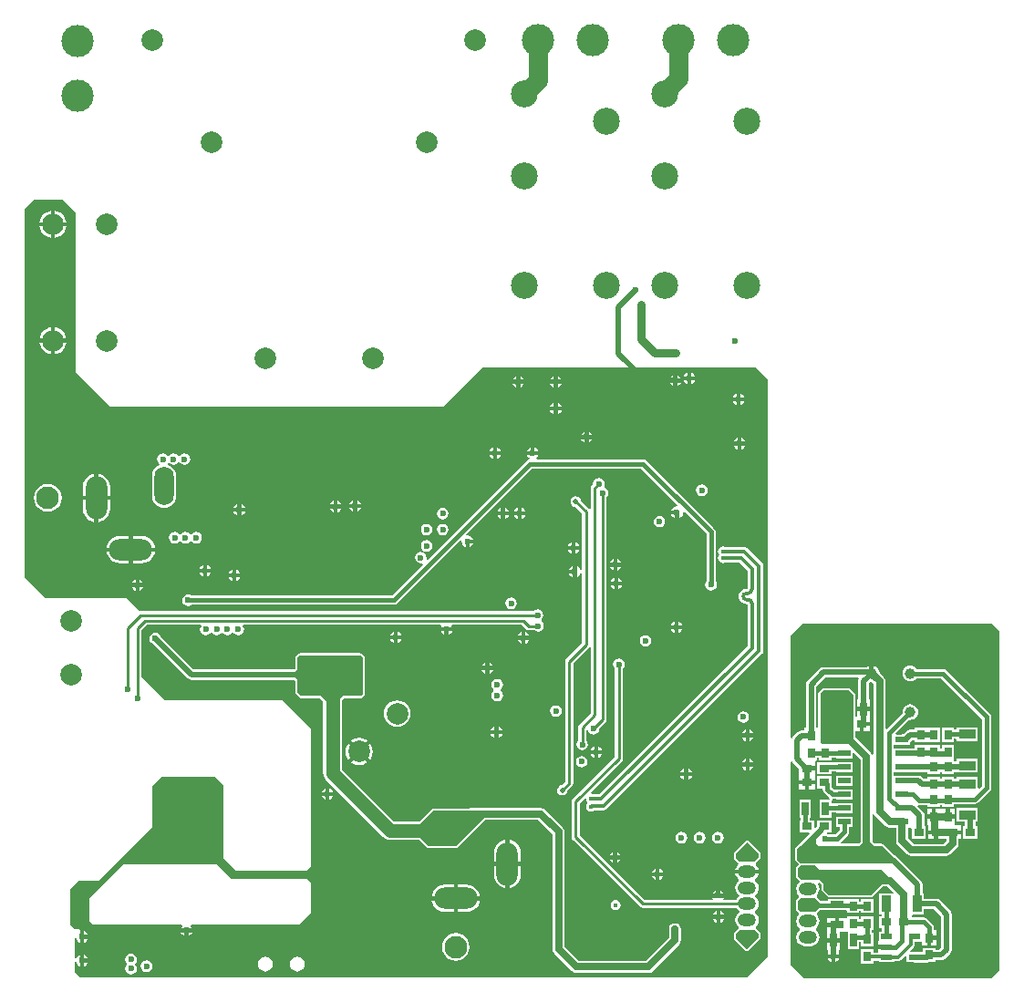
<source format=gbl>
G04*
G04 #@! TF.GenerationSoftware,Altium Limited,Altium Designer,22.2.1 (43)*
G04*
G04 Layer_Physical_Order=4*
G04 Layer_Color=16711680*
%FSLAX25Y25*%
%MOIN*%
G70*
G04*
G04 #@! TF.SameCoordinates,A0DC7013-DE40-4D07-A028-2F209A2C4820*
G04*
G04*
G04 #@! TF.FilePolarity,Positive*
G04*
G01*
G75*
%ADD53R,0.04331X0.02362*%
%ADD54C,0.08268*%
%ADD67C,0.02362*%
%ADD68R,0.02756X0.05118*%
%ADD69R,0.03800X0.03100*%
%ADD71R,0.03100X0.03800*%
%ADD79R,0.05118X0.02756*%
%ADD101C,0.01500*%
%ADD102C,0.02500*%
%ADD103C,0.02000*%
%ADD104C,0.01100*%
%ADD105C,0.03000*%
%ADD106C,0.01200*%
%ADD108C,0.01473*%
%ADD110C,0.07000*%
%ADD112C,0.07874*%
%ADD113O,0.06693X0.04724*%
%ADD114C,0.03937*%
%ADD115C,0.01181*%
%ADD116O,0.07874X0.15748*%
%ADD117O,0.15748X0.07874*%
%ADD118O,0.07087X0.14173*%
%ADD119O,0.14173X0.07087*%
%ADD120C,0.09843*%
%ADD121C,0.11811*%
%ADD122C,0.01968*%
%ADD123C,0.01772*%
%ADD124C,0.05000*%
%ADD170R,0.03543X0.06299*%
%ADD171R,0.06299X0.03543*%
%ADD172R,0.04646X0.02284*%
G36*
X22835Y281890D02*
Y223425D01*
X35433Y210827D01*
X157283D01*
X171653Y225197D01*
X271654Y225197D01*
X275984Y220866D01*
Y9843D01*
X268307Y2165D01*
X24606D01*
X22638Y4134D01*
Y7775D01*
X23138Y7824D01*
X23180Y7614D01*
X23662Y6892D01*
X24383Y6410D01*
X24484Y6390D01*
Y8465D01*
Y10539D01*
X24383Y10519D01*
X23662Y10037D01*
X23180Y9316D01*
X23138Y9105D01*
X22638Y9154D01*
Y16436D01*
X23138Y16486D01*
X23180Y16275D01*
X23662Y15553D01*
X24383Y15071D01*
X24484Y15051D01*
Y17126D01*
Y19201D01*
X24423Y19188D01*
X24394Y19211D01*
X24275Y19748D01*
X24409Y19882D01*
X22402D01*
X20945Y21339D01*
Y34370D01*
X24016Y37441D01*
X31260D01*
X51024Y57205D01*
Y72165D01*
X54528Y75669D01*
X73661D01*
X76772Y72559D01*
Y45748D01*
X81260Y41260D01*
X107087D01*
X108858Y43031D01*
Y93307D01*
X98425Y103740D01*
X55512Y103740D01*
X46951Y112301D01*
Y129309D01*
X48841Y131199D01*
X68485D01*
X68752Y130699D01*
X68512Y130340D01*
X68351Y129528D01*
X68512Y128716D01*
X68972Y128027D01*
X69660Y127567D01*
X70472Y127406D01*
X71284Y127567D01*
X71973Y128027D01*
X72140Y128278D01*
X72742D01*
X72909Y128027D01*
X73598Y127567D01*
X74410Y127406D01*
X75222Y127567D01*
X75910Y128027D01*
X76077Y128278D01*
X76679D01*
X76846Y128027D01*
X77535Y127567D01*
X78347Y127406D01*
X79159Y127567D01*
X79847Y128027D01*
X80014Y128278D01*
X80616D01*
X80783Y128027D01*
X81472Y127567D01*
X82284Y127406D01*
X83096Y127567D01*
X83784Y128027D01*
X84244Y128716D01*
X84405Y129528D01*
X84244Y130340D01*
X84004Y130699D01*
X84271Y131199D01*
X156357D01*
X156624Y130699D01*
X156410Y130379D01*
X156390Y130278D01*
X160539D01*
X160519Y130379D01*
X160305Y130699D01*
X160573Y131199D01*
X185805D01*
X187340Y129663D01*
X187820Y129343D01*
X188386Y129230D01*
X190414D01*
X190429Y129208D01*
X191117Y128748D01*
X191929Y128587D01*
X192741Y128748D01*
X193430Y129208D01*
X193889Y129897D01*
X194051Y130709D01*
X193889Y131521D01*
X193430Y132209D01*
X193080Y132442D01*
Y133044D01*
X193233Y133145D01*
X193693Y133834D01*
X193854Y134646D01*
X193693Y135458D01*
X193233Y136146D01*
X192544Y136606D01*
X191732Y136767D01*
X190920Y136606D01*
X190232Y136146D01*
X190217Y136124D01*
X46457D01*
X46373Y136107D01*
X41535Y140945D01*
X30118Y140945D01*
X11811Y140945D01*
X4134Y148622D01*
X4134Y197638D01*
Y282874D01*
X7677Y286417D01*
X18307D01*
X22835Y281890D01*
D02*
G37*
G36*
X307087Y105709D02*
Y88189D01*
X306496Y87598D01*
X295866D01*
X295079Y88386D01*
Y106102D01*
X296260Y107283D01*
X305512D01*
X307087Y105709D01*
D02*
G37*
G36*
X309149Y111342D02*
X309037Y111174D01*
X308890Y110433D01*
Y103953D01*
X308449D01*
Y101144D01*
X310827D01*
X313205D01*
Y103953D01*
X312764D01*
Y109631D01*
X313270Y110136D01*
X313934Y110131D01*
X314540Y109525D01*
Y83754D01*
X314040Y83705D01*
X314033Y83740D01*
X313558Y84452D01*
X307800Y90209D01*
Y92332D01*
X309487D01*
Y94882D01*
X310237D01*
Y95632D01*
X313137D01*
Y96835D01*
X313205D01*
Y99644D01*
X310827D01*
X308449D01*
Y97432D01*
X307800D01*
Y105709D01*
X307746Y105982D01*
X307591Y106213D01*
X306016Y107788D01*
X305785Y107943D01*
X305512Y107997D01*
X296260D01*
X295987Y107943D01*
X295755Y107788D01*
X294574Y106607D01*
X294419Y106376D01*
X294365Y106102D01*
Y93917D01*
X294282Y93452D01*
X293670D01*
Y108449D01*
X297062Y111842D01*
X308882D01*
X309149Y111342D01*
D02*
G37*
G36*
X360630Y128937D02*
Y4921D01*
X357677Y1969D01*
X289173D01*
X284252Y6890D01*
Y81051D01*
X284752Y81202D01*
X285048Y80760D01*
X287257Y78550D01*
Y76672D01*
X287257Y76190D01*
X287257D01*
X287258Y76172D01*
X287258D01*
Y74372D01*
X290158D01*
X293057D01*
Y75690D01*
X293057Y76172D01*
X293057D01*
X293057Y76190D01*
X293057D01*
Y77990D01*
X290157D01*
Y79490D01*
X293057D01*
Y81290D01*
X293392Y81652D01*
X293982D01*
Y82569D01*
X294600D01*
Y81652D01*
X299100D01*
Y82428D01*
X300997D01*
Y82269D01*
X307043D01*
Y84113D01*
X307504Y84305D01*
X309816Y81993D01*
Y51868D01*
X309055Y51107D01*
X302584D01*
X302432Y51435D01*
X302412Y51607D01*
X305209Y54405D01*
X305574Y54951D01*
X305702Y55594D01*
X305702Y55594D01*
Y57269D01*
X307043D01*
Y60952D01*
X300997D01*
Y57269D01*
X302337D01*
Y56291D01*
X300484Y54438D01*
X298078D01*
X297662Y54716D01*
X297592Y54730D01*
X297641Y55230D01*
X299057D01*
Y59730D01*
X293857D01*
Y57806D01*
X293767Y57672D01*
X293694Y57301D01*
X293219Y56827D01*
X292757Y57018D01*
Y59730D01*
X291249D01*
Y60620D01*
X291645Y60717D01*
Y67235D01*
X287489D01*
Y60717D01*
X287885D01*
Y60620D01*
X287885Y60620D01*
Y59730D01*
X287557D01*
Y55230D01*
X290969D01*
X291161Y54768D01*
X287291Y50898D01*
X286109Y49717D01*
X285955Y49486D01*
X285900Y49213D01*
X285900Y45276D01*
X285955Y45002D01*
X286109Y44771D01*
X287278Y43602D01*
X286306Y42631D01*
X286152Y42399D01*
X286097Y42126D01*
Y39370D01*
X286152Y39097D01*
X286306Y38865D01*
X287426Y37745D01*
X287409Y37102D01*
X287240Y36972D01*
X286717Y36291D01*
X286389Y35497D01*
X286277Y34646D01*
X286389Y33794D01*
X286717Y33000D01*
X287240Y32319D01*
X287340Y32243D01*
X287315Y31631D01*
X286306Y30623D01*
X286152Y30391D01*
X286097Y30118D01*
Y27362D01*
X286152Y27089D01*
X286306Y26858D01*
X287315Y25849D01*
X287340Y25238D01*
X287240Y25161D01*
X286717Y24480D01*
X286389Y23686D01*
X286277Y22835D01*
X286389Y21983D01*
X286717Y21190D01*
X287240Y20508D01*
X287659Y20187D01*
Y19577D01*
X287240Y19256D01*
X286717Y18574D01*
X286389Y17781D01*
X286277Y16929D01*
X286389Y16078D01*
X286717Y15284D01*
X287240Y14603D01*
X287922Y14080D01*
X288715Y13751D01*
X289567Y13639D01*
X291535D01*
X292387Y13751D01*
X293181Y14080D01*
X293862Y14603D01*
X294385Y15284D01*
X294714Y16078D01*
X294826Y16929D01*
X294714Y17781D01*
X294385Y18574D01*
X293862Y19256D01*
X293443Y19577D01*
Y20187D01*
X293862Y20508D01*
X294385Y21190D01*
X294714Y21983D01*
X294826Y22835D01*
X294714Y23686D01*
X294385Y24480D01*
X293862Y25161D01*
X293763Y25238D01*
X293787Y25849D01*
X294800Y26861D01*
X297922D01*
Y26859D01*
X304440D01*
X304837Y26609D01*
Y25747D01*
X309337D01*
Y26665D01*
X309955D01*
Y25747D01*
X314455D01*
Y30947D01*
X309955D01*
Y30029D01*
X309337D01*
Y30947D01*
X304837D01*
Y30947D01*
X304440Y31015D01*
X304440Y31015D01*
X304365Y31015D01*
X297922D01*
Y30226D01*
X295193D01*
X293787Y31631D01*
X293763Y32243D01*
X293862Y32319D01*
X294385Y33000D01*
X294714Y33794D01*
X294826Y34646D01*
X294714Y35497D01*
X294385Y36291D01*
X294284Y36423D01*
X294498Y36965D01*
X294673Y36994D01*
X295546Y36122D01*
Y34252D01*
X295601Y33979D01*
X295755Y33747D01*
X297724Y31779D01*
X297955Y31624D01*
X298228Y31570D01*
X313583Y31570D01*
X313856Y31624D01*
X314087Y31779D01*
X317802Y35494D01*
X319674D01*
X321767Y33400D01*
X321477Y32983D01*
X316623D01*
Y25284D01*
X317412D01*
Y24691D01*
X316691D01*
Y20191D01*
X317609D01*
Y19007D01*
X316426D01*
Y15567D01*
X316126D01*
Y14136D01*
X319291D01*
Y12636D01*
X316126D01*
Y11372D01*
X314455D01*
Y12442D01*
X309955D01*
Y7242D01*
X314455D01*
Y8313D01*
X316426D01*
Y7765D01*
X322157D01*
Y8116D01*
X323425D01*
X324010Y8233D01*
X324507Y8564D01*
X326200Y10258D01*
X326662Y10067D01*
Y7765D01*
X329245D01*
X329528Y7709D01*
X334293D01*
X334917Y7833D01*
X337092D01*
Y8495D01*
X339173D01*
X339914Y8643D01*
X340543Y9063D01*
X342512Y11032D01*
X342932Y11660D01*
X343079Y12402D01*
Y25394D01*
X342932Y26135D01*
X342512Y26763D01*
X338771Y30504D01*
X338143Y30924D01*
X337402Y31071D01*
X332983D01*
Y32983D01*
X332449D01*
Y36220D01*
X332302Y36962D01*
X331882Y37590D01*
X322877Y46595D01*
X322249Y47015D01*
X322069Y47051D01*
X318221Y50898D01*
X317990Y51053D01*
X317717Y51107D01*
X314961D01*
X314200Y51868D01*
Y61918D01*
X314700Y61967D01*
X314707Y61932D01*
X315182Y61221D01*
X318843Y57560D01*
X319554Y57085D01*
X320393Y56918D01*
X322772D01*
Y52201D01*
X322939Y51362D01*
X323414Y50651D01*
X326796Y47269D01*
X327508Y46794D01*
X328346Y46627D01*
X341142D01*
X341981Y46794D01*
X342692Y47269D01*
X345054Y49631D01*
X345529Y50342D01*
X345696Y51181D01*
Y52765D01*
X346404D01*
Y54565D01*
X343503D01*
Y56065D01*
X346404D01*
Y57865D01*
X344675D01*
X344282Y58123D01*
Y60273D01*
X341732D01*
Y61023D01*
X340982D01*
Y63923D01*
X339182D01*
Y63923D01*
X339164D01*
Y63923D01*
X337364D01*
Y61023D01*
X336614D01*
Y60273D01*
X334064D01*
Y58123D01*
X334109D01*
X334502Y57865D01*
Y56065D01*
X337402D01*
Y55315D01*
X338152D01*
Y52765D01*
X340302D01*
Y52765D01*
X340604D01*
Y52765D01*
X341311D01*
Y52089D01*
X340234Y51011D01*
X329255D01*
X327157Y53109D01*
Y56968D01*
X328287D01*
X328502Y56557D01*
Y53065D01*
X333702D01*
Y57565D01*
X333236D01*
Y61418D01*
X333089Y62159D01*
X332669Y62787D01*
X330624Y64832D01*
X330870Y65293D01*
X331102Y65247D01*
X331102Y65247D01*
X334364D01*
Y64723D01*
X338864D01*
Y65247D01*
X339482D01*
Y64723D01*
X343982D01*
Y65640D01*
X351575D01*
X352219Y65769D01*
X352764Y66133D01*
X357095Y70464D01*
X357095Y70464D01*
X357460Y71010D01*
X357588Y71653D01*
Y97441D01*
X357460Y98085D01*
X357095Y98630D01*
X341150Y114575D01*
X340604Y114940D01*
X339961Y115068D01*
X330277D01*
X329999Y115432D01*
X329399Y115892D01*
X328702Y116181D01*
X327953Y116279D01*
X327204Y116181D01*
X326506Y115892D01*
X325907Y115432D01*
X325447Y114832D01*
X325158Y114135D01*
X325060Y113386D01*
X325158Y112637D01*
X325447Y111939D01*
X325907Y111340D01*
X326506Y110880D01*
X327204Y110591D01*
X327953Y110493D01*
X328702Y110591D01*
X329399Y110880D01*
X329999Y111340D01*
X330277Y111704D01*
X339264D01*
X354223Y96744D01*
Y72350D01*
X353130Y71258D01*
X352668Y71449D01*
Y75503D01*
X344969D01*
Y74969D01*
X343982D01*
Y75434D01*
X339482D01*
Y74969D01*
X338864D01*
Y75434D01*
X334364D01*
Y74969D01*
X332889D01*
X332378Y75480D01*
X331749Y75900D01*
X331008Y76047D01*
X324965D01*
X324484Y75952D01*
X321958D01*
Y77268D01*
X324484D01*
X324965Y77173D01*
X334364D01*
Y76534D01*
X338864D01*
Y77173D01*
X339482D01*
Y76534D01*
X343982D01*
Y77237D01*
X348269D01*
X348347Y77253D01*
X352668D01*
Y82196D01*
X344969D01*
Y81112D01*
X343982D01*
Y81734D01*
X343982D01*
Y82045D01*
X343982D01*
Y87245D01*
X339482D01*
Y85992D01*
X338864D01*
Y87245D01*
X334364D01*
Y87245D01*
X334140D01*
Y87245D01*
X329640D01*
Y86048D01*
X324965D01*
X324484Y85952D01*
X321958D01*
Y87269D01*
X324484D01*
X324965Y87173D01*
X325445Y87269D01*
X327987D01*
Y88212D01*
X328783Y89008D01*
X329640D01*
Y88345D01*
X334140D01*
Y88345D01*
X334364D01*
Y88345D01*
X338864D01*
Y93545D01*
X334364D01*
Y93545D01*
X334140D01*
Y93545D01*
X329640D01*
Y92883D01*
X327981D01*
X327239Y92735D01*
X326611Y92315D01*
X325485Y91189D01*
X325106D01*
X324365Y91042D01*
X324231Y90952D01*
X322725D01*
X322533Y91414D01*
X327499Y96379D01*
X327953Y96319D01*
X328702Y96418D01*
X329399Y96707D01*
X329999Y97167D01*
X330458Y97766D01*
X330747Y98464D01*
X330846Y99213D01*
X330747Y99961D01*
X330458Y100659D01*
X329999Y101258D01*
X329399Y101718D01*
X328702Y102007D01*
X327953Y102106D01*
X327204Y102007D01*
X326506Y101718D01*
X325907Y101258D01*
X325447Y100659D01*
X325158Y99961D01*
X325060Y99213D01*
X325119Y98758D01*
X319424Y93063D01*
X318924Y93270D01*
Y110433D01*
X318758Y111272D01*
X318282Y111983D01*
X316758Y113508D01*
X316672Y114161D01*
X316372Y114883D01*
X315897Y115503D01*
X315277Y115979D01*
X314555Y116278D01*
X314529Y116281D01*
Y113386D01*
X313030D01*
Y116281D01*
X313005Y116278D01*
X312282Y115979D01*
X311941Y115717D01*
X296260D01*
X295518Y115569D01*
X294890Y115149D01*
X290363Y110622D01*
X289943Y109993D01*
X289795Y109252D01*
Y93452D01*
X289182D01*
Y92489D01*
X288189D01*
X287448Y92341D01*
X286820Y91921D01*
X285048Y90149D01*
X284752Y89707D01*
X284252Y89859D01*
Y127165D01*
X288779Y131693D01*
X357874D01*
X360630Y128937D01*
D02*
G37*
G36*
X296654Y56102D02*
X293504Y52953D01*
Y51378D01*
X294488Y50394D01*
X309350D01*
X311516Y52559D01*
X312500D01*
X314665Y50394D01*
X317717D01*
X323425Y44685D01*
X322638Y43898D01*
X287992Y43898D01*
X286614Y45276D01*
X286614Y49213D01*
X287795Y50394D01*
X295079Y57677D01*
X296654Y56102D01*
D02*
G37*
G36*
X294685Y41732D02*
X317323D01*
X320177Y38878D01*
X313583Y32283D01*
X298228Y32283D01*
X296260Y34252D01*
Y36417D01*
X294685Y37992D01*
X288189Y37992D01*
X286811Y39370D01*
Y42126D01*
X287795Y43110D01*
X293307D01*
X294685Y41732D01*
D02*
G37*
G36*
X295669Y28740D02*
X293110Y26181D01*
X287992D01*
X286811Y27362D01*
Y30118D01*
X287992Y31299D01*
X293110D01*
X295669Y28740D01*
D02*
G37*
G36*
X339205Y24591D02*
Y13204D01*
X338370Y12370D01*
X337092D01*
Y13033D01*
X332593D01*
Y11583D01*
X329528D01*
X329245Y11527D01*
X328122D01*
X327931Y11989D01*
X329194Y13251D01*
X329525Y13747D01*
X329642Y14333D01*
Y15245D01*
X332293D01*
Y13833D01*
X334092D01*
Y16733D01*
X334842D01*
Y17483D01*
X337392D01*
Y19633D01*
X336525D01*
Y20472D01*
X336397Y21116D01*
X336032Y21662D01*
X334064Y23630D01*
X333518Y23995D01*
X332874Y24123D01*
X328491D01*
Y24991D01*
X328870Y25284D01*
X332983D01*
Y27197D01*
X336599D01*
X339205Y24591D01*
D02*
G37*
%LPC*%
G36*
X15317Y282440D02*
Y278309D01*
X19448D01*
X19377Y278848D01*
X18879Y280049D01*
X18088Y281080D01*
X17057Y281872D01*
X15856Y282369D01*
X15317Y282440D01*
D02*
G37*
G36*
X13817D02*
X13278Y282369D01*
X12077Y281872D01*
X11046Y281080D01*
X10255Y280049D01*
X9757Y278848D01*
X9686Y278309D01*
X13817D01*
Y282440D01*
D02*
G37*
G36*
Y276809D02*
X9686D01*
X9757Y276270D01*
X10255Y275069D01*
X11046Y274038D01*
X12077Y273247D01*
X13278Y272749D01*
X13817Y272678D01*
Y276809D01*
D02*
G37*
G36*
X19448D02*
X15317D01*
Y272678D01*
X15856Y272749D01*
X17057Y273247D01*
X18088Y274038D01*
X18879Y275069D01*
X19377Y276270D01*
X19448Y276809D01*
D02*
G37*
G36*
X15317Y239920D02*
Y235789D01*
X19448D01*
X19377Y236328D01*
X18879Y237529D01*
X18088Y238561D01*
X17057Y239352D01*
X15856Y239849D01*
X15317Y239920D01*
D02*
G37*
G36*
X13817D02*
X13278Y239849D01*
X12077Y239352D01*
X11046Y238561D01*
X10255Y237529D01*
X9757Y236328D01*
X9686Y235789D01*
X13817D01*
Y239920D01*
D02*
G37*
G36*
Y234289D02*
X9686D01*
X9757Y233751D01*
X10255Y232550D01*
X11046Y231518D01*
X12077Y230727D01*
X13278Y230229D01*
X13817Y230158D01*
Y234289D01*
D02*
G37*
G36*
X19448D02*
X15317D01*
Y230158D01*
X15856Y230229D01*
X17057Y230727D01*
X18088Y231518D01*
X18879Y232550D01*
X19377Y233751D01*
X19448Y234289D01*
D02*
G37*
G36*
X247957Y223297D02*
Y221972D01*
X249281D01*
X249261Y222074D01*
X248779Y222795D01*
X248058Y223277D01*
X247957Y223297D01*
D02*
G37*
G36*
X246457D02*
X246356Y223277D01*
X245634Y222795D01*
X245152Y222074D01*
X245132Y221972D01*
X246457D01*
Y223297D01*
D02*
G37*
G36*
X242876Y222547D02*
Y221222D01*
X244201D01*
X244180Y221323D01*
X243699Y222045D01*
X242977Y222527D01*
X242876Y222547D01*
D02*
G37*
G36*
X241376D02*
X241275Y222527D01*
X240553Y222045D01*
X240071Y221323D01*
X240051Y221222D01*
X241376D01*
Y222547D01*
D02*
G37*
G36*
X199175Y222153D02*
Y220829D01*
X200500D01*
X200480Y220930D01*
X199998Y221651D01*
X199276Y222133D01*
X199175Y222153D01*
D02*
G37*
G36*
X197675D02*
X197574Y222133D01*
X196853Y221651D01*
X196371Y220930D01*
X196351Y220829D01*
X197675D01*
Y222153D01*
D02*
G37*
G36*
X185396D02*
Y220829D01*
X186720D01*
X186700Y220930D01*
X186218Y221651D01*
X185497Y222133D01*
X185396Y222153D01*
D02*
G37*
G36*
X183896D02*
X183795Y222133D01*
X183073Y221651D01*
X182591Y220930D01*
X182571Y220829D01*
X183896D01*
Y222153D01*
D02*
G37*
G36*
X249281Y220472D02*
X247957D01*
Y219148D01*
X248058Y219168D01*
X248779Y219650D01*
X249261Y220371D01*
X249281Y220472D01*
D02*
G37*
G36*
X246457D02*
X245132D01*
X245152Y220371D01*
X245634Y219650D01*
X246356Y219168D01*
X246457Y219148D01*
Y220472D01*
D02*
G37*
G36*
X244201Y219722D02*
X242876D01*
Y218398D01*
X242977Y218418D01*
X243699Y218900D01*
X244180Y219621D01*
X244201Y219722D01*
D02*
G37*
G36*
X241376D02*
X240051D01*
X240071Y219621D01*
X240553Y218900D01*
X241275Y218418D01*
X241376Y218398D01*
Y219722D01*
D02*
G37*
G36*
X200500Y219329D02*
X199175D01*
Y218004D01*
X199276Y218024D01*
X199998Y218506D01*
X200480Y219228D01*
X200500Y219329D01*
D02*
G37*
G36*
X197675D02*
X196351D01*
X196371Y219228D01*
X196853Y218506D01*
X197574Y218024D01*
X197675Y218004D01*
Y219329D01*
D02*
G37*
G36*
X186720D02*
X185396D01*
Y218004D01*
X185497Y218024D01*
X186218Y218506D01*
X186700Y219228D01*
X186720Y219329D01*
D02*
G37*
G36*
X183896D02*
X182571D01*
X182591Y219228D01*
X183073Y218506D01*
X183795Y218024D01*
X183896Y218004D01*
Y219329D01*
D02*
G37*
G36*
X265908Y215657D02*
Y214333D01*
X267232D01*
X267212Y214434D01*
X266730Y215155D01*
X266008Y215637D01*
X265908Y215657D01*
D02*
G37*
G36*
X264407D02*
X264306Y215637D01*
X263585Y215155D01*
X263103Y214434D01*
X263083Y214333D01*
X264407D01*
Y215657D01*
D02*
G37*
G36*
X267232Y212833D02*
X265908D01*
Y211508D01*
X266008Y211528D01*
X266730Y212010D01*
X267212Y212732D01*
X267232Y212833D01*
D02*
G37*
G36*
X264407D02*
X263083D01*
X263103Y212732D01*
X263585Y212010D01*
X264306Y211528D01*
X264407Y211508D01*
Y212833D01*
D02*
G37*
G36*
X199175Y212311D02*
Y210986D01*
X200500D01*
X200480Y211087D01*
X199998Y211809D01*
X199276Y212291D01*
X199175Y212311D01*
D02*
G37*
G36*
X197675D02*
X197574Y212291D01*
X196853Y211809D01*
X196371Y211087D01*
X196351Y210986D01*
X197675D01*
Y212311D01*
D02*
G37*
G36*
X200500Y209486D02*
X199175D01*
Y208162D01*
X199276Y208182D01*
X199998Y208664D01*
X200480Y209385D01*
X200500Y209486D01*
D02*
G37*
G36*
X197675D02*
X196351D01*
X196371Y209385D01*
X196853Y208664D01*
X197574Y208182D01*
X197675Y208162D01*
Y209486D01*
D02*
G37*
G36*
X210396Y201878D02*
Y200553D01*
X211720D01*
X211700Y200654D01*
X211218Y201376D01*
X210497Y201858D01*
X210396Y201878D01*
D02*
G37*
G36*
X208896D02*
X208795Y201858D01*
X208073Y201376D01*
X207591Y200654D01*
X207571Y200553D01*
X208896D01*
Y201878D01*
D02*
G37*
G36*
X266301Y199516D02*
Y198191D01*
X267626D01*
X267606Y198292D01*
X267124Y199013D01*
X266402Y199495D01*
X266301Y199516D01*
D02*
G37*
G36*
X264801D02*
X264700Y199495D01*
X263979Y199013D01*
X263497Y198292D01*
X263476Y198191D01*
X264801D01*
Y199516D01*
D02*
G37*
G36*
X211720Y199053D02*
X210396D01*
Y197729D01*
X210497Y197749D01*
X211218Y198231D01*
X211700Y198952D01*
X211720Y199053D01*
D02*
G37*
G36*
X208896D02*
X207571D01*
X207591Y198952D01*
X208073Y198231D01*
X208795Y197749D01*
X208896Y197729D01*
Y199053D01*
D02*
G37*
G36*
X267626Y196691D02*
X266301D01*
Y195366D01*
X266402Y195386D01*
X267124Y195869D01*
X267606Y196590D01*
X267626Y196691D01*
D02*
G37*
G36*
X264801D02*
X263476D01*
X263497Y196590D01*
X263979Y195869D01*
X264700Y195386D01*
X264801Y195366D01*
Y196691D01*
D02*
G37*
G36*
X190711Y195972D02*
Y194648D01*
X192035D01*
X192015Y194749D01*
X191533Y195470D01*
X190812Y195952D01*
X190711Y195972D01*
D02*
G37*
G36*
X189211D02*
X189110Y195952D01*
X188388Y195470D01*
X187906Y194749D01*
X187886Y194648D01*
X189211D01*
Y195972D01*
D02*
G37*
G36*
X176931D02*
Y194648D01*
X178256D01*
X178236Y194749D01*
X177754Y195470D01*
X177032Y195952D01*
X176931Y195972D01*
D02*
G37*
G36*
X175431D02*
X175330Y195952D01*
X174609Y195470D01*
X174127Y194749D01*
X174107Y194648D01*
X175431D01*
Y195972D01*
D02*
G37*
G36*
X62598Y193854D02*
X61786Y193693D01*
X61098Y193233D01*
X60931Y192982D01*
X60329D01*
X60162Y193233D01*
X59473Y193693D01*
X58661Y193854D01*
X57849Y193693D01*
X57161Y193233D01*
X56994Y192982D01*
X56392D01*
X56225Y193233D01*
X55536Y193693D01*
X54724Y193854D01*
X53912Y193693D01*
X53224Y193233D01*
X52764Y192544D01*
X52602Y191732D01*
X52764Y190920D01*
X53224Y190232D01*
X53477Y190063D01*
X53421Y189499D01*
X52976Y189314D01*
X52047Y188602D01*
X51335Y187674D01*
X50888Y186593D01*
X50735Y185433D01*
Y178347D01*
X50888Y177187D01*
X51335Y176106D01*
X52047Y175177D01*
X52976Y174465D01*
X54057Y174018D01*
X55216Y173865D01*
X56376Y174018D01*
X57457Y174465D01*
X58385Y175177D01*
X59098Y176106D01*
X59545Y177187D01*
X59698Y178347D01*
Y185433D01*
X59545Y186593D01*
X59098Y187674D01*
X58385Y188602D01*
X57457Y189314D01*
X56620Y189661D01*
X56464Y190212D01*
X56554Y190325D01*
X57110Y190308D01*
X57161Y190232D01*
X57849Y189772D01*
X58661Y189610D01*
X59473Y189772D01*
X60162Y190232D01*
X60329Y190482D01*
X60931D01*
X61098Y190232D01*
X61786Y189772D01*
X62598Y189610D01*
X63410Y189772D01*
X64099Y190232D01*
X64559Y190920D01*
X64720Y191732D01*
X64559Y192544D01*
X64099Y193233D01*
X63410Y193693D01*
X62598Y193854D01*
D02*
G37*
G36*
X178256Y193148D02*
X176931D01*
Y191823D01*
X177032Y191843D01*
X177754Y192325D01*
X178236Y193047D01*
X178256Y193148D01*
D02*
G37*
G36*
X175431D02*
X174107D01*
X174127Y193047D01*
X174609Y192325D01*
X175330Y191843D01*
X175431Y191823D01*
Y193148D01*
D02*
G37*
G36*
X31163Y186377D02*
Y178309D01*
X35393D01*
Y181496D01*
X35223Y182785D01*
X34726Y183986D01*
X33935Y185017D01*
X32903Y185809D01*
X31702Y186306D01*
X31163Y186377D01*
D02*
G37*
G36*
X29663D02*
X29125Y186306D01*
X27924Y185809D01*
X26892Y185017D01*
X26101Y183986D01*
X25604Y182785D01*
X25434Y181496D01*
Y178309D01*
X29663D01*
Y186377D01*
D02*
G37*
G36*
X251772Y182437D02*
X250960Y182275D01*
X250271Y181815D01*
X249811Y181127D01*
X249650Y180315D01*
X249811Y179503D01*
X250271Y178815D01*
X250960Y178355D01*
X251772Y178193D01*
X252584Y178355D01*
X253272Y178815D01*
X253732Y179503D01*
X253893Y180315D01*
X253732Y181127D01*
X253272Y181815D01*
X252584Y182275D01*
X251772Y182437D01*
D02*
G37*
G36*
X125750Y176681D02*
Y175356D01*
X127075D01*
X127055Y175457D01*
X126573Y176179D01*
X125851Y176661D01*
X125750Y176681D01*
D02*
G37*
G36*
X124250D02*
X124149Y176661D01*
X123427Y176179D01*
X122945Y175457D01*
X122925Y175356D01*
X124250D01*
Y176681D01*
D02*
G37*
G36*
X118663Y176484D02*
Y175159D01*
X119988D01*
X119968Y175260D01*
X119486Y175982D01*
X118764Y176464D01*
X118663Y176484D01*
D02*
G37*
G36*
X117163D02*
X117062Y176464D01*
X116341Y175982D01*
X115859Y175260D01*
X115839Y175159D01*
X117163D01*
Y176484D01*
D02*
G37*
G36*
X192035Y193148D02*
X187886D01*
X187906Y193047D01*
X188388Y192325D01*
X188722Y192102D01*
X188616Y191571D01*
X188333Y191515D01*
X187787Y191150D01*
X151474Y154838D01*
X151013Y155084D01*
X151138Y155709D01*
X150976Y156521D01*
X150516Y157209D01*
X149828Y157669D01*
X149016Y157831D01*
X148204Y157669D01*
X147515Y157209D01*
X147055Y156521D01*
X146894Y155709D01*
X147055Y154897D01*
X147515Y154208D01*
X148204Y153748D01*
X149016Y153587D01*
X149641Y153711D01*
X149887Y153250D01*
X138476Y141840D01*
X65205D01*
X64788Y142118D01*
X63976Y142279D01*
X63164Y142118D01*
X62476Y141658D01*
X62016Y140970D01*
X61854Y140157D01*
X62016Y139346D01*
X62476Y138657D01*
X63164Y138197D01*
X63976Y138036D01*
X64788Y138197D01*
X65205Y138475D01*
X139173D01*
X139817Y138603D01*
X140363Y138968D01*
X163507Y162112D01*
X163968Y161866D01*
X163918Y161614D01*
X164087Y160763D01*
X164569Y160042D01*
X165291Y159560D01*
X165392Y159539D01*
Y161614D01*
X166142D01*
Y162364D01*
X168216D01*
X168196Y162465D01*
X167714Y163187D01*
X166993Y163669D01*
X166142Y163838D01*
X165890Y163788D01*
X165644Y164249D01*
X189673Y188278D01*
X229618D01*
X242969Y174927D01*
X242723Y174467D01*
X242717Y174468D01*
X241865Y174299D01*
X241144Y173817D01*
X240662Y173095D01*
X240642Y172994D01*
X242717D01*
Y172244D01*
X243466D01*
Y170169D01*
X243568Y170189D01*
X244289Y170672D01*
X244771Y171393D01*
X244940Y172244D01*
X244939Y172250D01*
X245400Y172496D01*
X253435Y164461D01*
Y147094D01*
X253157Y146678D01*
X252996Y145866D01*
X253157Y145054D01*
X253617Y144366D01*
X254306Y143906D01*
X255118Y143744D01*
X255930Y143906D01*
X256618Y144366D01*
X257078Y145054D01*
X257240Y145866D01*
X257078Y146678D01*
X256800Y147094D01*
Y165158D01*
X256672Y165802D01*
X256307Y166348D01*
X231505Y191150D01*
X230959Y191515D01*
X230315Y191643D01*
X191412D01*
X191260Y192143D01*
X191533Y192325D01*
X192015Y193047D01*
X192035Y193148D01*
D02*
G37*
G36*
X83427Y175303D02*
Y173978D01*
X84752D01*
X84732Y174079D01*
X84250Y174801D01*
X83528Y175283D01*
X83427Y175303D01*
D02*
G37*
G36*
X81927D02*
X81826Y175283D01*
X81105Y174801D01*
X80623Y174079D01*
X80603Y173978D01*
X81927D01*
Y175303D01*
D02*
G37*
G36*
X214173Y184799D02*
X213361Y184637D01*
X212673Y184178D01*
X212213Y183489D01*
X212051Y182677D01*
X212056Y182651D01*
X211553Y182148D01*
X211233Y181668D01*
X211120Y181102D01*
Y173450D01*
X210620Y173298D01*
X210494Y173486D01*
X207588Y176393D01*
X207484Y176916D01*
X207067Y177540D01*
X206444Y177956D01*
X205709Y178102D01*
X204974Y177956D01*
X204350Y177540D01*
X203934Y176916D01*
X203787Y176181D01*
X203934Y175446D01*
X204350Y174823D01*
X204974Y174406D01*
X205497Y174302D01*
X207970Y171829D01*
Y150984D01*
X207470Y150934D01*
X207369Y151442D01*
X206887Y152163D01*
X206166Y152645D01*
X206065Y152665D01*
Y150591D01*
Y148516D01*
X206166Y148536D01*
X206887Y149018D01*
X207369Y149740D01*
X207470Y150247D01*
X207970Y150198D01*
Y124431D01*
X202301Y118762D01*
X201981Y118282D01*
X201868Y117717D01*
Y73841D01*
X200576Y72548D01*
X200052Y72444D01*
X199429Y72028D01*
X199012Y71404D01*
X198866Y70669D01*
X199012Y69934D01*
X199429Y69311D01*
X200052Y68894D01*
X200787Y68748D01*
X201523Y68894D01*
X202146Y69311D01*
X202562Y69934D01*
X202666Y70458D01*
X204392Y72183D01*
X204712Y72663D01*
X204825Y73228D01*
Y117104D01*
X210494Y122774D01*
X210620Y122962D01*
X211120Y122810D01*
Y98841D01*
X207026Y94746D01*
X206705Y94266D01*
X206592Y93701D01*
Y88917D01*
X206571Y88902D01*
X206111Y88214D01*
X205949Y87402D01*
X206111Y86590D01*
X206571Y85901D01*
X207259Y85441D01*
X208071Y85280D01*
X208883Y85441D01*
X209571Y85901D01*
X210031Y86590D01*
X210193Y87402D01*
X210031Y88214D01*
X209571Y88902D01*
X209549Y88917D01*
Y92648D01*
X209652Y92715D01*
X210208Y92482D01*
X210244Y92298D01*
X210704Y91610D01*
X211393Y91150D01*
X212205Y90988D01*
X213017Y91150D01*
X213705Y91610D01*
X214165Y92298D01*
X214327Y93110D01*
X214321Y93136D01*
X216597Y95411D01*
X216917Y95891D01*
X217030Y96457D01*
Y177816D01*
X217052Y177830D01*
X217512Y178519D01*
X217673Y179331D01*
X217512Y180143D01*
X217052Y180831D01*
X216363Y181291D01*
X216263Y181311D01*
X216072Y181773D01*
X216134Y181865D01*
X216295Y182677D01*
X216134Y183489D01*
X215674Y184178D01*
X214985Y184637D01*
X214173Y184799D01*
D02*
G37*
G36*
X185986Y173925D02*
Y172600D01*
X187311D01*
X187291Y172701D01*
X186809Y173423D01*
X186087Y173905D01*
X185986Y173925D01*
D02*
G37*
G36*
X184486D02*
X184385Y173905D01*
X183664Y173423D01*
X183182Y172701D01*
X183162Y172600D01*
X184486D01*
Y173925D01*
D02*
G37*
G36*
X179884D02*
Y172600D01*
X181209D01*
X181188Y172701D01*
X180706Y173423D01*
X179985Y173905D01*
X179884Y173925D01*
D02*
G37*
G36*
X178384D02*
X178283Y173905D01*
X177561Y173423D01*
X177079Y172701D01*
X177059Y172600D01*
X178384D01*
Y173925D01*
D02*
G37*
G36*
X127075Y173856D02*
X125750D01*
Y172532D01*
X125851Y172552D01*
X126573Y173034D01*
X127055Y173755D01*
X127075Y173856D01*
D02*
G37*
G36*
X124250D02*
X122925D01*
X122945Y173755D01*
X123427Y173034D01*
X124149Y172552D01*
X124250Y172532D01*
Y173856D01*
D02*
G37*
G36*
X12697Y182636D02*
X11383Y182463D01*
X10158Y181956D01*
X9107Y181149D01*
X8300Y180098D01*
X7793Y178873D01*
X7620Y177559D01*
X7793Y176245D01*
X8300Y175020D01*
X9107Y173969D01*
X10158Y173162D01*
X11383Y172655D01*
X12697Y172482D01*
X14011Y172655D01*
X15236Y173162D01*
X16287Y173969D01*
X17094Y175020D01*
X17601Y176245D01*
X17774Y177559D01*
X17601Y178873D01*
X17094Y180098D01*
X16287Y181149D01*
X15236Y181956D01*
X14011Y182463D01*
X12697Y182636D01*
D02*
G37*
G36*
X119988Y173659D02*
X118663D01*
Y172335D01*
X118764Y172355D01*
X119486Y172837D01*
X119968Y173558D01*
X119988Y173659D01*
D02*
G37*
G36*
X117163D02*
X115839D01*
X115859Y173558D01*
X116341Y172837D01*
X117062Y172355D01*
X117163Y172335D01*
Y173659D01*
D02*
G37*
G36*
X84752Y172478D02*
X83427D01*
Y171154D01*
X83528Y171174D01*
X84250Y171656D01*
X84732Y172377D01*
X84752Y172478D01*
D02*
G37*
G36*
X81927D02*
X80603D01*
X80623Y172377D01*
X81105Y171656D01*
X81826Y171174D01*
X81927Y171154D01*
Y172478D01*
D02*
G37*
G36*
X241967Y171494D02*
X240642D01*
X240662Y171393D01*
X241144Y170672D01*
X241865Y170189D01*
X241967Y170169D01*
Y171494D01*
D02*
G37*
G36*
X187311Y171100D02*
X185986D01*
Y169776D01*
X186087Y169796D01*
X186809Y170278D01*
X187291Y170999D01*
X187311Y171100D01*
D02*
G37*
G36*
X184486D02*
X183162D01*
X183182Y170999D01*
X183664Y170278D01*
X184385Y169796D01*
X184486Y169776D01*
Y171100D01*
D02*
G37*
G36*
X181209D02*
X179884D01*
Y169776D01*
X179985Y169796D01*
X180706Y170278D01*
X181188Y170999D01*
X181209Y171100D01*
D02*
G37*
G36*
X178384D02*
X177059D01*
X177079Y170999D01*
X177561Y170278D01*
X178283Y169796D01*
X178384Y169776D01*
Y171100D01*
D02*
G37*
G36*
X157087Y173972D02*
X156275Y173811D01*
X155586Y173351D01*
X155126Y172662D01*
X154965Y171850D01*
X155126Y171038D01*
X155586Y170350D01*
X156275Y169890D01*
X157087Y169729D01*
X157899Y169890D01*
X158587Y170350D01*
X159047Y171038D01*
X159209Y171850D01*
X159047Y172662D01*
X158587Y173351D01*
X157899Y173811D01*
X157087Y173972D01*
D02*
G37*
G36*
X35393Y176809D02*
X31163D01*
Y168741D01*
X31702Y168812D01*
X32903Y169310D01*
X33935Y170101D01*
X34726Y171132D01*
X35223Y172333D01*
X35393Y173622D01*
Y176809D01*
D02*
G37*
G36*
X29663D02*
X25434D01*
Y173622D01*
X25604Y172333D01*
X26101Y171132D01*
X26892Y170101D01*
X27924Y169310D01*
X29125Y168812D01*
X29663Y168741D01*
Y176809D01*
D02*
G37*
G36*
X236220Y171019D02*
X235408Y170858D01*
X234720Y170398D01*
X234260Y169710D01*
X234098Y168898D01*
X234260Y168086D01*
X234720Y167397D01*
X235408Y166937D01*
X236220Y166776D01*
X237032Y166937D01*
X237720Y167397D01*
X238180Y168086D01*
X238342Y168898D01*
X238180Y169710D01*
X237720Y170398D01*
X237032Y170858D01*
X236220Y171019D01*
D02*
G37*
G36*
X66929Y165114D02*
X66117Y164953D01*
X65429Y164492D01*
X65261Y164242D01*
X64660D01*
X64492Y164492D01*
X63804Y164953D01*
X62992Y165114D01*
X62180Y164953D01*
X61492Y164492D01*
X61324Y164242D01*
X60723D01*
X60555Y164492D01*
X59867Y164953D01*
X59055Y165114D01*
X58243Y164953D01*
X57555Y164492D01*
X57095Y163804D01*
X56933Y162992D01*
X57095Y162180D01*
X57555Y161492D01*
X58243Y161032D01*
X59055Y160870D01*
X59867Y161032D01*
X60555Y161492D01*
X60723Y161742D01*
X61324D01*
X61492Y161492D01*
X62180Y161032D01*
X62992Y160870D01*
X63804Y161032D01*
X64492Y161492D01*
X64660Y161742D01*
X65261D01*
X65429Y161492D01*
X66117Y161032D01*
X66929Y160870D01*
X67741Y161032D01*
X68429Y161492D01*
X68889Y162180D01*
X69051Y162992D01*
X68889Y163804D01*
X68429Y164492D01*
X67741Y164953D01*
X66929Y165114D01*
D02*
G37*
G36*
X157087Y168067D02*
X156275Y167905D01*
X155586Y167445D01*
X155126Y166757D01*
X154965Y165945D01*
X155126Y165133D01*
X155586Y164444D01*
X156275Y163985D01*
X157087Y163823D01*
X157899Y163985D01*
X158587Y164444D01*
X159047Y165133D01*
X159209Y165945D01*
X159047Y166757D01*
X158587Y167445D01*
X157899Y167905D01*
X157087Y168067D01*
D02*
G37*
G36*
X151181D02*
X150369Y167905D01*
X149681Y167445D01*
X149221Y166757D01*
X149059Y165945D01*
X149221Y165133D01*
X149681Y164444D01*
X150369Y163985D01*
X151181Y163823D01*
X151993Y163985D01*
X152682Y164444D01*
X153141Y165133D01*
X153303Y165945D01*
X153141Y166757D01*
X152682Y167445D01*
X151993Y167905D01*
X151181Y168067D01*
D02*
G37*
G36*
X205671Y161327D02*
Y160002D01*
X206996D01*
X206976Y160103D01*
X206494Y160825D01*
X205772Y161307D01*
X205671Y161327D01*
D02*
G37*
G36*
X204171D02*
X204070Y161307D01*
X203349Y160825D01*
X202867Y160103D01*
X202847Y160002D01*
X204171D01*
Y161327D01*
D02*
G37*
G36*
X168216Y160864D02*
X166892D01*
Y159539D01*
X166993Y159560D01*
X167714Y160042D01*
X168196Y160763D01*
X168216Y160864D01*
D02*
G37*
G36*
X46949Y163641D02*
X43762D01*
Y159411D01*
X51830D01*
X51759Y159950D01*
X51261Y161151D01*
X50470Y162182D01*
X49439Y162974D01*
X48238Y163471D01*
X46949Y163641D01*
D02*
G37*
G36*
X42262D02*
X39075D01*
X37786Y163471D01*
X36585Y162974D01*
X35554Y162182D01*
X34762Y161151D01*
X34265Y159950D01*
X34194Y159411D01*
X42262D01*
Y163641D01*
D02*
G37*
G36*
X151181Y162161D02*
X150369Y162000D01*
X149681Y161540D01*
X149221Y160851D01*
X149059Y160039D01*
X149221Y159227D01*
X149681Y158539D01*
X150369Y158079D01*
X151181Y157917D01*
X151993Y158079D01*
X152682Y158539D01*
X153141Y159227D01*
X153303Y160039D01*
X153141Y160851D01*
X152682Y161540D01*
X151993Y162000D01*
X151181Y162161D01*
D02*
G37*
G36*
X206996Y158502D02*
X205671D01*
Y157177D01*
X205772Y157197D01*
X206494Y157679D01*
X206976Y158401D01*
X206996Y158502D01*
D02*
G37*
G36*
X204171D02*
X202847D01*
X202867Y158401D01*
X203349Y157679D01*
X204070Y157197D01*
X204171Y157177D01*
Y158502D01*
D02*
G37*
G36*
X221026Y155224D02*
Y153900D01*
X222350D01*
X222330Y154001D01*
X221848Y154722D01*
X221127Y155204D01*
X221026Y155224D01*
D02*
G37*
G36*
X219526D02*
X219425Y155204D01*
X218703Y154722D01*
X218221Y154001D01*
X218201Y153900D01*
X219526D01*
Y155224D01*
D02*
G37*
G36*
X51830Y157911D02*
X43762D01*
Y153682D01*
X46949D01*
X48238Y153851D01*
X49439Y154349D01*
X50470Y155140D01*
X51261Y156172D01*
X51759Y157373D01*
X51830Y157911D01*
D02*
G37*
G36*
X42262D02*
X34194D01*
X34265Y157373D01*
X34762Y156172D01*
X35554Y155140D01*
X36585Y154349D01*
X37786Y153851D01*
X39075Y153682D01*
X42262D01*
Y157911D01*
D02*
G37*
G36*
X71026Y153059D02*
Y151734D01*
X72350D01*
X72330Y151835D01*
X71848Y152557D01*
X71127Y153039D01*
X71026Y153059D01*
D02*
G37*
G36*
X69526D02*
X69425Y153039D01*
X68703Y152557D01*
X68221Y151835D01*
X68201Y151734D01*
X69526D01*
Y153059D01*
D02*
G37*
G36*
X204565Y152665D02*
X204464Y152645D01*
X203743Y152163D01*
X203260Y151442D01*
X203240Y151341D01*
X204565D01*
Y152665D01*
D02*
G37*
G36*
X222350Y152400D02*
X221026D01*
Y151075D01*
X221127Y151095D01*
X221848Y151577D01*
X222330Y152299D01*
X222350Y152400D01*
D02*
G37*
G36*
X219526D02*
X218201D01*
X218221Y152299D01*
X218703Y151577D01*
X219425Y151095D01*
X219526Y151075D01*
Y152400D01*
D02*
G37*
G36*
X81656Y151287D02*
Y149963D01*
X82980D01*
X82960Y150064D01*
X82478Y150785D01*
X81757Y151267D01*
X81656Y151287D01*
D02*
G37*
G36*
X80155D02*
X80054Y151267D01*
X79333Y150785D01*
X78851Y150064D01*
X78831Y149963D01*
X80155D01*
Y151287D01*
D02*
G37*
G36*
X72350Y150234D02*
X71026D01*
Y148910D01*
X71127Y148930D01*
X71848Y149412D01*
X72330Y150133D01*
X72350Y150234D01*
D02*
G37*
G36*
X69526D02*
X68201D01*
X68221Y150133D01*
X68703Y149412D01*
X69425Y148930D01*
X69526Y148910D01*
Y150234D01*
D02*
G37*
G36*
X204565Y149841D02*
X203240D01*
X203260Y149740D01*
X203743Y149018D01*
X204464Y148536D01*
X204565Y148516D01*
Y149841D01*
D02*
G37*
G36*
X82980Y148463D02*
X81656D01*
Y147138D01*
X81757Y147158D01*
X82478Y147640D01*
X82960Y148362D01*
X82980Y148463D01*
D02*
G37*
G36*
X80155D02*
X78831D01*
X78851Y148362D01*
X79333Y147640D01*
X80054Y147158D01*
X80155Y147138D01*
Y148463D01*
D02*
G37*
G36*
X221222Y148335D02*
Y147010D01*
X222547D01*
X222527Y147111D01*
X222045Y147832D01*
X221323Y148314D01*
X221222Y148335D01*
D02*
G37*
G36*
X219722D02*
X219621Y148314D01*
X218900Y147832D01*
X218418Y147111D01*
X218398Y147010D01*
X219722D01*
Y148335D01*
D02*
G37*
G36*
X46222Y147744D02*
Y146419D01*
X47547D01*
X47527Y146520D01*
X47045Y147242D01*
X46323Y147724D01*
X46222Y147744D01*
D02*
G37*
G36*
X44722D02*
X44621Y147724D01*
X43900Y147242D01*
X43418Y146520D01*
X43398Y146419D01*
X44722D01*
Y147744D01*
D02*
G37*
G36*
X222547Y145510D02*
X221222D01*
Y144185D01*
X221323Y144205D01*
X222045Y144687D01*
X222527Y145409D01*
X222547Y145510D01*
D02*
G37*
G36*
X219722D02*
X218398D01*
X218418Y145409D01*
X218900Y144687D01*
X219621Y144205D01*
X219722Y144185D01*
Y145510D01*
D02*
G37*
G36*
X47547Y144919D02*
X46222D01*
Y143595D01*
X46323Y143615D01*
X47045Y144097D01*
X47527Y144818D01*
X47547Y144919D01*
D02*
G37*
G36*
X44722D02*
X43398D01*
X43418Y144818D01*
X43900Y144097D01*
X44621Y143615D01*
X44722Y143595D01*
Y144919D01*
D02*
G37*
G36*
X182087Y141098D02*
X181275Y140937D01*
X180586Y140477D01*
X180126Y139788D01*
X179965Y138976D01*
X180126Y138164D01*
X180586Y137476D01*
X181275Y137016D01*
X182087Y136855D01*
X182899Y137016D01*
X183587Y137476D01*
X184047Y138164D01*
X184209Y138976D01*
X184047Y139788D01*
X183587Y140477D01*
X182899Y140937D01*
X182087Y141098D01*
D02*
G37*
G36*
X243270Y132390D02*
Y131065D01*
X244594D01*
X244574Y131166D01*
X244092Y131887D01*
X243371Y132369D01*
X243270Y132390D01*
D02*
G37*
G36*
X241770D02*
X241669Y132369D01*
X240947Y131887D01*
X240465Y131166D01*
X240445Y131065D01*
X241770D01*
Y132390D01*
D02*
G37*
G36*
X244594Y129565D02*
X243270D01*
Y128240D01*
X243371Y128260D01*
X244092Y128743D01*
X244574Y129464D01*
X244594Y129565D01*
D02*
G37*
G36*
X241770D02*
X240445D01*
X240465Y129464D01*
X240947Y128743D01*
X241669Y128260D01*
X241770Y128240D01*
Y129565D01*
D02*
G37*
G36*
X160539Y128778D02*
X159215D01*
Y127453D01*
X159316Y127473D01*
X160037Y127955D01*
X160519Y128676D01*
X160539Y128778D01*
D02*
G37*
G36*
X157715D02*
X156390D01*
X156410Y128676D01*
X156892Y127955D01*
X157614Y127473D01*
X157715Y127453D01*
Y128778D01*
D02*
G37*
G36*
X140711Y128649D02*
Y127325D01*
X142035D01*
X142015Y127426D01*
X141533Y128147D01*
X140812Y128629D01*
X140711Y128649D01*
D02*
G37*
G36*
X139211D02*
X139110Y128629D01*
X138388Y128147D01*
X137906Y127426D01*
X137886Y127325D01*
X139211D01*
Y128649D01*
D02*
G37*
G36*
X187364Y128453D02*
Y127128D01*
X188689D01*
X188669Y127229D01*
X188187Y127950D01*
X187465Y128433D01*
X187364Y128453D01*
D02*
G37*
G36*
X185864D02*
X185763Y128433D01*
X185042Y127950D01*
X184560Y127229D01*
X184539Y127128D01*
X185864D01*
Y128453D01*
D02*
G37*
G36*
X142035Y125825D02*
X140711D01*
Y124500D01*
X140812Y124520D01*
X141533Y125002D01*
X142015Y125724D01*
X142035Y125825D01*
D02*
G37*
G36*
X139211D02*
X137886D01*
X137906Y125724D01*
X138388Y125002D01*
X139110Y124520D01*
X139211Y124500D01*
Y125825D01*
D02*
G37*
G36*
X188689Y125628D02*
X187364D01*
Y124303D01*
X187465Y124323D01*
X188187Y124805D01*
X188669Y125527D01*
X188689Y125628D01*
D02*
G37*
G36*
X185864D02*
X184539D01*
X184560Y125527D01*
X185042Y124805D01*
X185763Y124323D01*
X185864Y124303D01*
Y125628D01*
D02*
G37*
G36*
X231211Y127401D02*
X230399Y127240D01*
X229711Y126780D01*
X229251Y126091D01*
X229089Y125279D01*
X229251Y124467D01*
X229711Y123779D01*
X230399Y123319D01*
X231211Y123158D01*
X232023Y123319D01*
X232712Y123779D01*
X233172Y124467D01*
X233333Y125279D01*
X233172Y126091D01*
X232712Y126780D01*
X232023Y127240D01*
X231211Y127401D01*
D02*
G37*
G36*
X174175Y117429D02*
Y116104D01*
X175500D01*
X175480Y116205D01*
X174998Y116927D01*
X174276Y117409D01*
X174175Y117429D01*
D02*
G37*
G36*
X172675D02*
X172574Y117409D01*
X171853Y116927D01*
X171371Y116205D01*
X171351Y116104D01*
X172675D01*
Y117429D01*
D02*
G37*
G36*
X175500Y114604D02*
X174175D01*
Y113280D01*
X174276Y113300D01*
X174998Y113782D01*
X175480Y114503D01*
X175500Y114604D01*
D02*
G37*
G36*
X172675D02*
X171351D01*
X171371Y114503D01*
X171853Y113782D01*
X172574Y113300D01*
X172675Y113280D01*
Y114604D01*
D02*
G37*
G36*
X176969Y111374D02*
X176156Y111212D01*
X175468Y110752D01*
X175008Y110064D01*
X174847Y109252D01*
X175008Y108440D01*
X175468Y107752D01*
X175719Y107584D01*
Y106983D01*
X175468Y106815D01*
X175008Y106127D01*
X174847Y105315D01*
X175008Y104503D01*
X175468Y103815D01*
X176156Y103355D01*
X176969Y103193D01*
X177780Y103355D01*
X178469Y103815D01*
X178929Y104503D01*
X179090Y105315D01*
X178929Y106127D01*
X178469Y106815D01*
X178218Y106983D01*
Y107584D01*
X178469Y107752D01*
X178929Y108440D01*
X179090Y109252D01*
X178929Y110064D01*
X178469Y110752D01*
X177780Y111212D01*
X176969Y111374D01*
D02*
G37*
G36*
X198426Y101729D02*
X197614Y101567D01*
X196925Y101107D01*
X196465Y100419D01*
X196304Y99607D01*
X196465Y98795D01*
X196925Y98106D01*
X197614Y97646D01*
X198426Y97485D01*
X199238Y97646D01*
X199926Y98106D01*
X200386Y98795D01*
X200548Y99607D01*
X200386Y100419D01*
X199926Y101107D01*
X199238Y101567D01*
X198426Y101729D01*
D02*
G37*
G36*
X266929Y99563D02*
X266117Y99401D01*
X265429Y98941D01*
X264969Y98253D01*
X264807Y97441D01*
X264969Y96629D01*
X265429Y95941D01*
X266117Y95481D01*
X266929Y95319D01*
X267741Y95481D01*
X268429Y95941D01*
X268889Y96629D01*
X269051Y97441D01*
X268889Y98253D01*
X268429Y98941D01*
X267741Y99401D01*
X266929Y99563D01*
D02*
G37*
G36*
X140424Y103571D02*
X139162Y103404D01*
X137985Y102917D01*
X136975Y102142D01*
X136199Y101131D01*
X135712Y99955D01*
X135546Y98692D01*
X135712Y97429D01*
X136199Y96253D01*
X136975Y95242D01*
X137985Y94467D01*
X139162Y93980D01*
X140424Y93813D01*
X141687Y93980D01*
X142864Y94467D01*
X143874Y95242D01*
X144649Y96253D01*
X145137Y97429D01*
X145303Y98692D01*
X145137Y99955D01*
X144649Y101131D01*
X143874Y102142D01*
X142864Y102917D01*
X141687Y103404D01*
X140424Y103571D01*
D02*
G37*
G36*
X177522Y94004D02*
Y92679D01*
X178846D01*
X178826Y92780D01*
X178344Y93502D01*
X177623Y93984D01*
X177522Y94004D01*
D02*
G37*
G36*
X176022D02*
X175921Y93984D01*
X175199Y93502D01*
X174717Y92780D01*
X174697Y92679D01*
X176022D01*
Y94004D01*
D02*
G37*
G36*
X269254Y92823D02*
Y91498D01*
X270579D01*
X270559Y91599D01*
X270076Y92321D01*
X269355Y92803D01*
X269254Y92823D01*
D02*
G37*
G36*
X267754D02*
X267653Y92803D01*
X266931Y92321D01*
X266449Y91599D01*
X266429Y91498D01*
X267754D01*
Y92823D01*
D02*
G37*
G36*
X178846Y91179D02*
X177522D01*
Y89855D01*
X177623Y89875D01*
X178344Y90357D01*
X178826Y91078D01*
X178846Y91179D01*
D02*
G37*
G36*
X176022D02*
X174697D01*
X174717Y91078D01*
X175199Y90357D01*
X175921Y89875D01*
X176022Y89855D01*
Y91179D01*
D02*
G37*
G36*
X270579Y89998D02*
X269254D01*
Y88673D01*
X269355Y88693D01*
X270076Y89175D01*
X270559Y89897D01*
X270579Y89998D01*
D02*
G37*
G36*
X267754D02*
X266429D01*
X266449Y89897D01*
X266931Y89175D01*
X267653Y88693D01*
X267754Y88673D01*
Y89998D01*
D02*
G37*
G36*
X126505Y89752D02*
X125216Y89583D01*
X124015Y89085D01*
X123584Y88754D01*
X126505Y85833D01*
X129426Y88754D01*
X128995Y89085D01*
X127794Y89583D01*
X126505Y89752D01*
D02*
G37*
G36*
X213939Y86720D02*
Y85396D01*
X215264D01*
X215244Y85497D01*
X214761Y86218D01*
X214040Y86700D01*
X213939Y86720D01*
D02*
G37*
G36*
X212439D02*
X212338Y86700D01*
X211616Y86218D01*
X211134Y85497D01*
X211114Y85396D01*
X212439D01*
Y86720D01*
D02*
G37*
G36*
X215264Y83896D02*
X213939D01*
Y82571D01*
X214040Y82591D01*
X214761Y83073D01*
X215244Y83795D01*
X215264Y83896D01*
D02*
G37*
G36*
X212439D02*
X211114D01*
X211134Y83795D01*
X211616Y83073D01*
X212338Y82591D01*
X212439Y82571D01*
Y83896D01*
D02*
G37*
G36*
X122523Y87694D02*
X122192Y87262D01*
X121695Y86061D01*
X121525Y84773D01*
X121695Y83484D01*
X122192Y82283D01*
X122523Y81852D01*
X125444Y84773D01*
X122523Y87694D01*
D02*
G37*
G36*
X130487D02*
X127566Y84773D01*
X130487Y81852D01*
X130817Y82283D01*
X131315Y83484D01*
X131484Y84773D01*
X131315Y86061D01*
X130817Y87262D01*
X130487Y87694D01*
D02*
G37*
G36*
X269254Y82193D02*
Y80868D01*
X270579D01*
X270559Y80969D01*
X270076Y81691D01*
X269355Y82173D01*
X269254Y82193D01*
D02*
G37*
G36*
X267754D02*
X267653Y82173D01*
X266931Y81691D01*
X266449Y80969D01*
X266429Y80868D01*
X267754D01*
Y82193D01*
D02*
G37*
G36*
X126505Y83712D02*
X123584Y80791D01*
X124015Y80460D01*
X125216Y79963D01*
X126505Y79793D01*
X127794Y79963D01*
X128995Y80460D01*
X129426Y80791D01*
X126505Y83712D01*
D02*
G37*
G36*
X207874Y83223D02*
X207062Y83062D01*
X206374Y82602D01*
X205914Y81914D01*
X205752Y81102D01*
X205914Y80290D01*
X206374Y79601D01*
X207062Y79141D01*
X207874Y78980D01*
X208686Y79141D01*
X209374Y79601D01*
X209834Y80290D01*
X209996Y81102D01*
X209834Y81914D01*
X209374Y82602D01*
X208686Y83062D01*
X207874Y83223D01*
D02*
G37*
G36*
X270579Y79368D02*
X269254D01*
Y78044D01*
X269355Y78064D01*
X270076Y78546D01*
X270559Y79267D01*
X270579Y79368D01*
D02*
G37*
G36*
X267754D02*
X266429D01*
X266449Y79267D01*
X266931Y78546D01*
X267653Y78064D01*
X267754Y78044D01*
Y79368D01*
D02*
G37*
G36*
X246813Y78649D02*
Y77325D01*
X248138D01*
X248117Y77426D01*
X247636Y78147D01*
X246914Y78629D01*
X246813Y78649D01*
D02*
G37*
G36*
X245313D02*
X245212Y78629D01*
X244491Y78147D01*
X244008Y77426D01*
X243988Y77325D01*
X245313D01*
Y78649D01*
D02*
G37*
G36*
X248138Y75825D02*
X246813D01*
Y74500D01*
X246914Y74520D01*
X247636Y75002D01*
X248117Y75724D01*
X248138Y75825D01*
D02*
G37*
G36*
X245313D02*
X243988D01*
X244008Y75724D01*
X244491Y75002D01*
X245212Y74520D01*
X245313Y74500D01*
Y75825D01*
D02*
G37*
G36*
X115711Y71366D02*
Y70041D01*
X117035D01*
X117015Y70142D01*
X116533Y70864D01*
X115812Y71346D01*
X115711Y71366D01*
D02*
G37*
G36*
X114211D02*
X114110Y71346D01*
X113388Y70864D01*
X112906Y70142D01*
X112886Y70041D01*
X114211D01*
Y71366D01*
D02*
G37*
G36*
X259449Y159805D02*
X258752Y159667D01*
X258161Y159272D01*
X257767Y158681D01*
X257628Y157984D01*
X257767Y157288D01*
X258118Y156762D01*
X257749Y156209D01*
X257610Y155512D01*
X257749Y154815D01*
X258143Y154224D01*
X258734Y153830D01*
X259431Y153691D01*
X260128Y153830D01*
X260148Y153843D01*
X265436D01*
X268410Y150869D01*
Y148031D01*
Y144339D01*
X268056D01*
X267935Y144315D01*
X267332Y144236D01*
X266657Y143956D01*
X266078Y143512D01*
X265634Y142933D01*
X265354Y142258D01*
X265259Y141534D01*
X265354Y140811D01*
X265634Y140136D01*
X266078Y139557D01*
X266657Y139112D01*
X267332Y138833D01*
X267935Y138754D01*
X268056Y138730D01*
X268410D01*
Y138189D01*
Y123369D01*
X214143Y69102D01*
X212309D01*
X211917Y69363D01*
X211431Y69460D01*
X211241Y69977D01*
X222502Y81238D01*
X222823Y81718D01*
X222935Y82284D01*
Y115217D01*
X222957Y115232D01*
X223417Y115920D01*
X223579Y116732D01*
X223417Y117544D01*
X222957Y118233D01*
X222269Y118693D01*
X221457Y118854D01*
X220645Y118693D01*
X219956Y118233D01*
X219496Y117544D01*
X219335Y116732D01*
X219496Y115920D01*
X219956Y115232D01*
X219978Y115217D01*
Y82896D01*
X204663Y67581D01*
X204343Y67101D01*
X204230Y66535D01*
Y53543D01*
X204343Y52978D01*
X204663Y52498D01*
X229073Y28089D01*
X229552Y27768D01*
X230118Y27656D01*
X264404D01*
X264473Y27489D01*
X264996Y26807D01*
X265415Y26486D01*
Y25876D01*
X264996Y25555D01*
X264473Y24873D01*
X264145Y24080D01*
X264033Y23228D01*
X264145Y22377D01*
X264473Y21583D01*
X264996Y20902D01*
X265136Y20794D01*
X265177Y20365D01*
X265130Y20169D01*
X263640Y18679D01*
X263485Y18448D01*
X263431Y18174D01*
Y16564D01*
X263485Y16291D01*
X263640Y16059D01*
X267724Y11976D01*
X267724Y11976D01*
X267955Y11821D01*
X268228Y11767D01*
X268501Y11821D01*
X268733Y11976D01*
X272974Y16217D01*
X273129Y16448D01*
X273183Y16722D01*
Y18174D01*
X273129Y18448D01*
X272974Y18679D01*
X271484Y20169D01*
X271437Y20365D01*
X271478Y20794D01*
X271618Y20902D01*
X272141Y21583D01*
X272470Y22377D01*
X272582Y23228D01*
X272470Y24080D01*
X272141Y24873D01*
X271618Y25555D01*
X271199Y25876D01*
Y26486D01*
X271618Y26807D01*
X272141Y27489D01*
X272470Y28282D01*
X272582Y29134D01*
X272470Y29985D01*
X272141Y30779D01*
X271618Y31460D01*
X271199Y31782D01*
Y32391D01*
X271618Y32713D01*
X272141Y33394D01*
X272470Y34188D01*
X272582Y35039D01*
X272470Y35891D01*
X272141Y36685D01*
X271618Y37366D01*
X271295Y37614D01*
Y38244D01*
X271689Y38547D01*
X272228Y39249D01*
X272567Y40067D01*
X272584Y40195D01*
X268307D01*
X264030D01*
X264047Y40067D01*
X264386Y39249D01*
X264925Y38547D01*
X265319Y38244D01*
Y37614D01*
X264996Y37366D01*
X264473Y36685D01*
X264145Y35891D01*
X264033Y35039D01*
X264145Y34188D01*
X264473Y33394D01*
X264996Y32713D01*
X265415Y32391D01*
Y31782D01*
X264996Y31460D01*
X264473Y30779D01*
X264404Y30612D01*
X259846D01*
X259610Y31053D01*
X259732Y31236D01*
X259752Y31337D01*
X255603D01*
X255623Y31236D01*
X255745Y31053D01*
X255509Y30612D01*
X230731D01*
X207187Y54156D01*
Y65923D01*
X208925Y67661D01*
X209442Y67471D01*
X209538Y66984D01*
X209933Y66394D01*
Y66000D01*
X209538Y65409D01*
X209400Y64713D01*
X209538Y64016D01*
X209933Y63425D01*
X210524Y63030D01*
X211221Y62892D01*
X211917Y63030D01*
X212309Y63292D01*
X215859D01*
X216497Y63419D01*
X217038Y63781D01*
X273731Y120474D01*
X274093Y121015D01*
X274220Y121653D01*
Y152584D01*
X274093Y153223D01*
X273731Y153764D01*
X268331Y159164D01*
X267789Y159526D01*
X267151Y159653D01*
X260166D01*
X260146Y159667D01*
X259449Y159805D01*
D02*
G37*
G36*
X117035Y68541D02*
X115711D01*
Y67217D01*
X115812Y67237D01*
X116533Y67719D01*
X117015Y68440D01*
X117035Y68541D01*
D02*
G37*
G36*
X114211D02*
X112886D01*
X112906Y68440D01*
X113388Y67719D01*
X114110Y67237D01*
X114211Y67217D01*
Y68541D01*
D02*
G37*
G36*
X257677Y55468D02*
X256865Y55307D01*
X256177Y54847D01*
X255717Y54159D01*
X255555Y53347D01*
X255717Y52535D01*
X256177Y51846D01*
X256865Y51386D01*
X257677Y51225D01*
X258489Y51386D01*
X259178Y51846D01*
X259637Y52535D01*
X259799Y53347D01*
X259637Y54159D01*
X259178Y54847D01*
X258489Y55307D01*
X257677Y55468D01*
D02*
G37*
G36*
X250984D02*
X250172Y55307D01*
X249484Y54847D01*
X249024Y54159D01*
X248862Y53347D01*
X249024Y52535D01*
X249484Y51846D01*
X250172Y51386D01*
X250984Y51225D01*
X251796Y51386D01*
X252485Y51846D01*
X252945Y52535D01*
X253106Y53347D01*
X252945Y54159D01*
X252485Y54847D01*
X251796Y55307D01*
X250984Y55468D01*
D02*
G37*
G36*
X244291D02*
X243479Y55307D01*
X242791Y54847D01*
X242331Y54159D01*
X242169Y53347D01*
X242331Y52535D01*
X242791Y51846D01*
X243479Y51386D01*
X244291Y51225D01*
X245103Y51386D01*
X245792Y51846D01*
X246252Y52535D01*
X246413Y53347D01*
X246252Y54159D01*
X245792Y54847D01*
X245103Y55307D01*
X244291Y55468D01*
D02*
G37*
G36*
X220829Y47830D02*
Y46813D01*
X221846D01*
X221438Y47423D01*
X220829Y47830D01*
D02*
G37*
G36*
X219329D02*
X218719Y47423D01*
X218312Y46813D01*
X219329D01*
Y47830D01*
D02*
G37*
G36*
X181459Y52519D02*
Y44451D01*
X185688D01*
Y47638D01*
X185519Y48927D01*
X185021Y50128D01*
X184230Y51159D01*
X183198Y51950D01*
X181998Y52448D01*
X181459Y52519D01*
D02*
G37*
G36*
X179959D02*
X179420Y52448D01*
X178219Y51950D01*
X177188Y51159D01*
X176396Y50128D01*
X175899Y48927D01*
X175729Y47638D01*
Y44451D01*
X179959D01*
Y52519D01*
D02*
G37*
G36*
X221846Y45313D02*
X220829D01*
Y44296D01*
X221438Y44703D01*
X221846Y45313D01*
D02*
G37*
G36*
X219329D02*
X218312D01*
X218719Y44703D01*
X219329Y44296D01*
Y45313D01*
D02*
G37*
G36*
X268386Y52407D02*
X268113Y52352D01*
X267881Y52198D01*
X263640Y47956D01*
X263485Y47725D01*
X263431Y47452D01*
Y45999D01*
X263485Y45726D01*
X263640Y45494D01*
X265058Y44076D01*
X265094Y43602D01*
X265048Y43437D01*
X264925Y43343D01*
X264386Y42641D01*
X264047Y41823D01*
X264030Y41695D01*
X268307D01*
X272584D01*
X272567Y41823D01*
X272228Y42641D01*
X271689Y43343D01*
X271566Y43437D01*
X271520Y43602D01*
X271556Y44076D01*
X272974Y45494D01*
X273129Y45726D01*
X273183Y45999D01*
Y47609D01*
X273129Y47882D01*
X272974Y48114D01*
X268891Y52198D01*
X268891Y52198D01*
X268659Y52352D01*
X268386Y52407D01*
D02*
G37*
G36*
X236380Y42035D02*
Y40711D01*
X237705D01*
X237684Y40812D01*
X237202Y41533D01*
X236481Y42015D01*
X236380Y42035D01*
D02*
G37*
G36*
X234880D02*
X234779Y42015D01*
X234057Y41533D01*
X233575Y40812D01*
X233555Y40711D01*
X234880D01*
Y42035D01*
D02*
G37*
G36*
X237705Y39211D02*
X236380D01*
Y37886D01*
X236481Y37906D01*
X237202Y38388D01*
X237684Y39110D01*
X237705Y39211D01*
D02*
G37*
G36*
X234880D02*
X233555D01*
X233575Y39110D01*
X234057Y38388D01*
X234779Y37906D01*
X234880Y37886D01*
Y39211D01*
D02*
G37*
G36*
X185688Y42951D02*
X181459D01*
Y34883D01*
X181998Y34954D01*
X183198Y35451D01*
X184230Y36243D01*
X185021Y37274D01*
X185519Y38475D01*
X185688Y39764D01*
Y42951D01*
D02*
G37*
G36*
X179959D02*
X175729D01*
Y39764D01*
X175899Y38475D01*
X176396Y37274D01*
X177188Y36243D01*
X178219Y35451D01*
X179420Y34954D01*
X179959Y34883D01*
Y42951D01*
D02*
G37*
G36*
X258427Y34161D02*
Y32837D01*
X259752D01*
X259732Y32938D01*
X259250Y33659D01*
X258528Y34141D01*
X258427Y34161D01*
D02*
G37*
G36*
X256927D02*
X256826Y34141D01*
X256105Y33659D01*
X255623Y32938D01*
X255603Y32837D01*
X256927D01*
Y34161D01*
D02*
G37*
G36*
X165748Y36082D02*
X162561D01*
Y31852D01*
X170629D01*
X170558Y32391D01*
X170061Y33592D01*
X169269Y34624D01*
X168238Y35415D01*
X167037Y35912D01*
X165748Y36082D01*
D02*
G37*
G36*
X161061D02*
X157874D01*
X156585Y35912D01*
X155384Y35415D01*
X154353Y34624D01*
X153562Y33592D01*
X153064Y32391D01*
X152993Y31852D01*
X161061D01*
Y36082D01*
D02*
G37*
G36*
X220276Y30561D02*
X219579Y30422D01*
X218988Y30028D01*
X218593Y29437D01*
X218455Y28740D01*
X218593Y28043D01*
X218988Y27453D01*
X219579Y27058D01*
X220276Y26919D01*
X220972Y27058D01*
X221563Y27453D01*
X221958Y28043D01*
X222096Y28740D01*
X221958Y29437D01*
X221563Y30028D01*
X220972Y30422D01*
X220276Y30561D01*
D02*
G37*
G36*
X170629Y30352D02*
X162561D01*
Y26123D01*
X165748D01*
X167037Y26292D01*
X168238Y26790D01*
X169269Y27581D01*
X170061Y28613D01*
X170558Y29814D01*
X170629Y30352D01*
D02*
G37*
G36*
X161061D02*
X152993D01*
X153064Y29814D01*
X153562Y28613D01*
X154353Y27581D01*
X155384Y26790D01*
X156585Y26292D01*
X157874Y26123D01*
X161061D01*
Y30352D01*
D02*
G37*
G36*
X258624Y26484D02*
Y25159D01*
X259949D01*
X259929Y25260D01*
X259447Y25982D01*
X258725Y26464D01*
X258624Y26484D01*
D02*
G37*
G36*
X257124D02*
X257023Y26464D01*
X256301Y25982D01*
X255820Y25260D01*
X255799Y25159D01*
X257124D01*
Y26484D01*
D02*
G37*
G36*
X259949Y23660D02*
X258624D01*
Y22335D01*
X258725Y22355D01*
X259447Y22837D01*
X259929Y23558D01*
X259949Y23660D01*
D02*
G37*
G36*
X257124D02*
X255799D01*
X255820Y23558D01*
X256301Y22837D01*
X257023Y22355D01*
X257124Y22335D01*
Y23660D01*
D02*
G37*
G36*
X74685Y43425D02*
X40236D01*
X27953Y31142D01*
Y22756D01*
X29252Y21457D01*
X61575D01*
X61744Y20957D01*
X61331Y20339D01*
X61311Y20238D01*
X65460D01*
X65440Y20339D01*
X65028Y20957D01*
X65197Y21457D01*
X104528D01*
X108858Y25787D01*
Y37047D01*
X107598Y38307D01*
X79803D01*
X74685Y43425D01*
D02*
G37*
G36*
X25984Y19201D02*
Y17876D01*
X27309D01*
X27289Y17977D01*
X26807Y18699D01*
X26085Y19181D01*
X25984Y19201D01*
D02*
G37*
G36*
X65460Y18738D02*
X64136D01*
Y17414D01*
X64237Y17434D01*
X64958Y17916D01*
X65440Y18637D01*
X65460Y18738D01*
D02*
G37*
G36*
X62636D02*
X61311D01*
X61331Y18637D01*
X61813Y17916D01*
X62535Y17434D01*
X62636Y17414D01*
Y18738D01*
D02*
G37*
G36*
X27309Y16376D02*
X25984D01*
Y15051D01*
X26085Y15071D01*
X26807Y15553D01*
X27289Y16275D01*
X27309Y16376D01*
D02*
G37*
G36*
X25984Y10539D02*
Y9215D01*
X27309D01*
X27289Y9316D01*
X26807Y10037D01*
X26085Y10519D01*
X25984Y10539D01*
D02*
G37*
G36*
X161811Y18463D02*
X160497Y18290D01*
X159272Y17783D01*
X158221Y16976D01*
X157414Y15924D01*
X156907Y14700D01*
X156734Y13386D01*
X156907Y12072D01*
X157414Y10847D01*
X158221Y9796D01*
X159272Y8989D01*
X160497Y8482D01*
X161811Y8309D01*
X163125Y8482D01*
X164350Y8989D01*
X165401Y9796D01*
X166208Y10847D01*
X166715Y12072D01*
X166888Y13386D01*
X166715Y14700D01*
X166208Y15924D01*
X165401Y16976D01*
X164350Y17783D01*
X163125Y18290D01*
X161811Y18463D01*
D02*
G37*
G36*
X27309Y7715D02*
X25984D01*
Y6390D01*
X26085Y6410D01*
X26807Y6892D01*
X27289Y7614D01*
X27309Y7715D01*
D02*
G37*
G36*
X103937Y9781D02*
X103240Y9690D01*
X102590Y9420D01*
X102032Y8992D01*
X101603Y8434D01*
X101334Y7784D01*
X101242Y7087D01*
X101334Y6389D01*
X101603Y5739D01*
X102032Y5181D01*
X102590Y4753D01*
X103240Y4484D01*
X103937Y4392D01*
X104634Y4484D01*
X105284Y4753D01*
X105842Y5181D01*
X106271Y5739D01*
X106540Y6389D01*
X106632Y7087D01*
X106540Y7784D01*
X106271Y8434D01*
X105842Y8992D01*
X105284Y9420D01*
X104634Y9690D01*
X103937Y9781D01*
D02*
G37*
G36*
X92126D02*
X91429Y9690D01*
X90779Y9420D01*
X90221Y8992D01*
X89792Y8434D01*
X89523Y7784D01*
X89431Y7087D01*
X89523Y6389D01*
X89792Y5739D01*
X90221Y5181D01*
X90779Y4753D01*
X91429Y4484D01*
X92126Y4392D01*
X92823Y4484D01*
X93473Y4753D01*
X94031Y5181D01*
X94460Y5739D01*
X94729Y6389D01*
X94821Y7087D01*
X94729Y7784D01*
X94460Y8434D01*
X94031Y8992D01*
X93473Y9420D01*
X92823Y9690D01*
X92126Y9781D01*
D02*
G37*
G36*
X48819Y8421D02*
X48007Y8260D01*
X47319Y7800D01*
X46859Y7111D01*
X46697Y6299D01*
X46859Y5487D01*
X47319Y4799D01*
X48007Y4339D01*
X48819Y4177D01*
X49631Y4339D01*
X50319Y4799D01*
X50779Y5487D01*
X50941Y6299D01*
X50779Y7111D01*
X50319Y7800D01*
X49631Y8260D01*
X48819Y8421D01*
D02*
G37*
G36*
X51968Y128303D02*
X51157Y128141D01*
X50468Y127682D01*
X50008Y126993D01*
X49847Y126181D01*
X50008Y125369D01*
X50468Y124681D01*
X51157Y124221D01*
X51197Y124213D01*
X63788Y111622D01*
X64416Y111202D01*
X65158Y111055D01*
X102896D01*
X103223Y110728D01*
Y106299D01*
X103278Y106026D01*
X103432Y105795D01*
X104613Y104613D01*
X104845Y104459D01*
X105118Y104404D01*
X112303D01*
X113303Y103404D01*
Y76968D01*
X113420Y76081D01*
X113762Y75254D01*
X114307Y74544D01*
X135370Y53481D01*
X136081Y52936D01*
X136908Y52593D01*
X137795Y52476D01*
X148680D01*
X151464Y49692D01*
X151695Y49538D01*
X151969Y49483D01*
X162008D01*
X162281Y49538D01*
X162513Y49692D01*
X172636Y59816D01*
X192005D01*
X197217Y54604D01*
Y12598D01*
X197384Y11760D01*
X197859Y11048D01*
X204356Y4552D01*
X205067Y4077D01*
X205906Y3910D01*
X232283D01*
X233122Y4077D01*
X233834Y4552D01*
X243479Y14198D01*
X243954Y14909D01*
X244121Y15748D01*
Y19882D01*
X243954Y20721D01*
X243479Y21432D01*
X242768Y21907D01*
X241929Y22074D01*
X241090Y21907D01*
X240379Y21432D01*
X239904Y20721D01*
X239737Y19882D01*
Y16656D01*
X231376Y8294D01*
X206814D01*
X201602Y13506D01*
Y55512D01*
X201435Y56351D01*
X200959Y57062D01*
X194463Y63558D01*
X193752Y64033D01*
X192913Y64200D01*
X167126D01*
X166287Y64033D01*
X166092Y63903D01*
X153543D01*
X153270Y63848D01*
X153039Y63694D01*
X148680Y59335D01*
X139216D01*
X120162Y78389D01*
Y103601D01*
X120965Y104404D01*
X127165D01*
X127438Y104459D01*
X127670Y104613D01*
X128457Y105401D01*
X128612Y105632D01*
X128666Y105905D01*
Y119095D01*
X128612Y119368D01*
X128457Y119599D01*
X128457Y119599D01*
X127473Y120583D01*
X127473Y120583D01*
X127242Y120738D01*
X126969Y120792D01*
X104724Y120792D01*
X104451Y120738D01*
X104220Y120583D01*
X103432Y119796D01*
X103278Y119564D01*
X103223Y119291D01*
Y115059D01*
X103093Y114929D01*
X65960D01*
X53937Y126952D01*
X53929Y126993D01*
X53469Y127682D01*
X52780Y128141D01*
X51968Y128303D01*
D02*
G37*
G36*
X43110Y10980D02*
X42298Y10819D01*
X41610Y10359D01*
X41150Y9670D01*
X40988Y8858D01*
X41150Y8046D01*
X41610Y7358D01*
Y7012D01*
X41150Y6324D01*
X40988Y5512D01*
X41150Y4700D01*
X41610Y4011D01*
X42298Y3551D01*
X43110Y3390D01*
X43922Y3551D01*
X44611Y4011D01*
X45071Y4700D01*
X45232Y5512D01*
X45071Y6324D01*
X44611Y7012D01*
Y7358D01*
X45071Y8046D01*
X45232Y8858D01*
X45071Y9670D01*
X44611Y10359D01*
X43922Y10819D01*
X43110Y10980D01*
D02*
G37*
%LPD*%
G36*
X272470Y18174D02*
Y16722D01*
X268228Y12480D01*
Y12480D01*
X264145Y16564D01*
Y18174D01*
X265695Y19724D01*
X270920D01*
X272470Y18174D01*
D02*
G37*
G36*
X268386Y51693D02*
X272470Y47609D01*
Y45999D01*
X270920Y44449D01*
X265695D01*
X264145Y45999D01*
Y47452D01*
X268386Y51693D01*
Y51693D01*
D02*
G37*
G36*
X126969Y120079D02*
X127953Y119095D01*
Y105905D01*
X127165Y105118D01*
X120669D01*
Y105118D01*
X116634Y101083D01*
X112598Y105118D01*
X105118D01*
X103937Y106299D01*
Y111024D01*
X102756Y112205D01*
X102165D01*
Y113779D01*
X102953D01*
X103937Y114764D01*
Y119291D01*
X104724Y120079D01*
X126969Y120079D01*
D02*
G37*
G36*
X173425Y61745D02*
Y61614D01*
X162008Y50197D01*
X151969D01*
X148622Y53543D01*
Y58268D01*
X153543Y63189D01*
X166929D01*
X173425Y61745D01*
D02*
G37*
%LPC*%
G36*
X313137Y94132D02*
X310987D01*
Y92332D01*
X313137D01*
Y94132D01*
D02*
G37*
G36*
X352668Y93613D02*
X344969D01*
Y92824D01*
X344669D01*
X344669Y92824D01*
X343982D01*
Y93545D01*
X339482D01*
Y88345D01*
X343982D01*
Y89459D01*
X344669D01*
X344969Y89104D01*
Y88670D01*
X352668D01*
Y93613D01*
D02*
G37*
G36*
X299057Y80990D02*
X293857D01*
Y76490D01*
X299057D01*
Y77428D01*
X300997D01*
Y77268D01*
X307043D01*
Y80952D01*
X300997D01*
Y80793D01*
X299057D01*
Y80990D01*
D02*
G37*
G36*
X307043Y75952D02*
X300997D01*
Y72268D01*
X307043D01*
Y75952D01*
D02*
G37*
G36*
X293057Y72872D02*
X290908D01*
Y71072D01*
X293057D01*
Y72872D01*
D02*
G37*
G36*
X289407D02*
X287258D01*
Y71072D01*
X289407D01*
Y72872D01*
D02*
G37*
G36*
X299058Y75872D02*
X293858D01*
Y71372D01*
X295925D01*
Y71017D01*
X296053Y70373D01*
X296418Y69828D01*
X298325Y67921D01*
X298325Y67921D01*
X298602Y67735D01*
X298450Y67235D01*
X294969D01*
Y60717D01*
X299125D01*
Y62428D01*
X300997D01*
Y62269D01*
X307043D01*
Y65952D01*
X300997D01*
Y65793D01*
X299125D01*
Y66996D01*
X299493Y67404D01*
X299546Y67428D01*
X300997D01*
Y67269D01*
X307043D01*
Y70952D01*
X300997D01*
Y70793D01*
X300211D01*
X299290Y71714D01*
Y72822D01*
X299162Y73466D01*
X299058Y73622D01*
Y75872D01*
D02*
G37*
G36*
X344282Y63923D02*
X342482D01*
Y61773D01*
X344282D01*
Y63923D01*
D02*
G37*
G36*
X335864D02*
X334064D01*
Y61773D01*
X335864D01*
Y63923D01*
D02*
G37*
G36*
X352668Y64086D02*
X344969D01*
Y59143D01*
X347866D01*
Y57565D01*
X347203D01*
Y53065D01*
X352403D01*
Y57565D01*
X351741D01*
Y59143D01*
X352668D01*
Y64086D01*
D02*
G37*
G36*
X336652Y54565D02*
X334502D01*
Y52765D01*
X336652D01*
Y54565D01*
D02*
G37*
G36*
X314455Y24647D02*
X309955D01*
Y23729D01*
X309337D01*
Y24647D01*
X304837D01*
Y24295D01*
X304740Y23835D01*
X304337Y23835D01*
X301931D01*
Y21457D01*
X301181D01*
Y20707D01*
X297622D01*
Y19307D01*
X297425D01*
Y16498D01*
X299803D01*
X302181D01*
Y19079D01*
X304735Y19079D01*
X304767Y19074D01*
X305205Y18995D01*
Y12489D01*
X309361D01*
Y15117D01*
X309955D01*
Y13542D01*
X314455D01*
Y18742D01*
X313887D01*
Y19447D01*
X314455D01*
Y24647D01*
D02*
G37*
G36*
X300431Y23835D02*
X297622D01*
Y22207D01*
X300431D01*
Y23835D01*
D02*
G37*
G36*
X302181Y14998D02*
X299803D01*
X297425D01*
Y12189D01*
X297866D01*
Y10869D01*
X297749Y10694D01*
X297728Y10593D01*
X301878D01*
X301858Y10694D01*
X301740Y10869D01*
Y12189D01*
X302181D01*
Y14998D01*
D02*
G37*
G36*
X301878Y9093D02*
X300553D01*
Y7768D01*
X300654Y7788D01*
X301376Y8270D01*
X301858Y8991D01*
X301878Y9093D01*
D02*
G37*
G36*
X299053D02*
X297728D01*
X297749Y8991D01*
X298231Y8270D01*
X298952Y7788D01*
X299053Y7768D01*
Y9093D01*
D02*
G37*
G36*
X337392Y15983D02*
X335593D01*
Y13833D01*
X337392D01*
Y15983D01*
D02*
G37*
%LPD*%
D53*
X329528Y9646D02*
D03*
Y17126D02*
D03*
X319291D02*
D03*
Y13386D02*
D03*
Y9646D02*
D03*
D54*
X12697Y177559D02*
D03*
X161811Y13386D02*
D03*
D67*
X296850Y52756D02*
D03*
X311024Y34449D02*
D03*
X300787Y34252D02*
D03*
X299803Y9843D02*
D03*
X263977Y234941D02*
D03*
X229624Y248212D02*
D03*
X114961Y69291D02*
D03*
X220276Y153150D02*
D03*
X205315Y150591D02*
D03*
X204921Y159252D02*
D03*
X166142Y161614D02*
D03*
X179134Y171850D02*
D03*
X45472Y145669D02*
D03*
X70276Y150984D02*
D03*
X80905Y149213D02*
D03*
X82677Y173228D02*
D03*
X117913Y174409D02*
D03*
X125000Y174606D02*
D03*
X158465Y129528D02*
D03*
X139961Y126575D02*
D03*
X176772Y91929D02*
D03*
X257874Y24409D02*
D03*
X257677Y32087D02*
D03*
X235630Y39961D02*
D03*
X246063Y76575D02*
D03*
X268504Y80118D02*
D03*
Y90748D02*
D03*
X213189Y84646D02*
D03*
X173425Y115354D02*
D03*
X186614Y126378D02*
D03*
X220472Y146260D02*
D03*
X242520Y130315D02*
D03*
X242717Y172244D02*
D03*
X265551Y197441D02*
D03*
X265158Y213583D02*
D03*
X185236Y171850D02*
D03*
X209646Y199803D02*
D03*
X176181Y193898D02*
D03*
X189961D02*
D03*
X198425Y210236D02*
D03*
Y220079D02*
D03*
X184646D02*
D03*
X247207Y221222D02*
D03*
X242126Y220472D02*
D03*
X227559Y253543D02*
D03*
X157087Y171850D02*
D03*
X149016Y155709D02*
D03*
X151181Y160039D02*
D03*
Y165945D02*
D03*
X157087D02*
D03*
X266929Y97441D02*
D03*
X236220Y168898D02*
D03*
X182087Y138976D02*
D03*
X25234Y35630D02*
D03*
Y25787D02*
D03*
Y17126D02*
D03*
Y8465D02*
D03*
X63386Y19488D02*
D03*
X51968Y126181D02*
D03*
X41732Y107677D02*
D03*
X45472Y104134D02*
D03*
X191929Y130709D02*
D03*
X191732Y134646D02*
D03*
X63976Y140157D02*
D03*
X70472Y129528D02*
D03*
X74410D02*
D03*
X78347D02*
D03*
X82284D02*
D03*
X231211Y125279D02*
D03*
X198426Y99607D02*
D03*
X244291Y53347D02*
D03*
X241929Y19882D02*
D03*
X221457Y116732D02*
D03*
X48819Y6299D02*
D03*
X43110Y5512D02*
D03*
Y8858D02*
D03*
X207874Y81102D02*
D03*
X215551Y179331D02*
D03*
X242126Y230709D02*
D03*
X214173Y182677D02*
D03*
X212205Y93110D02*
D03*
X208071Y87402D02*
D03*
X255118Y145866D02*
D03*
X251772Y180315D02*
D03*
X257677Y53347D02*
D03*
X250984D02*
D03*
X176969Y105315D02*
D03*
Y109252D02*
D03*
X122835Y112992D02*
D03*
X116929Y116929D02*
D03*
Y109055D02*
D03*
X66929Y162992D02*
D03*
X59055D02*
D03*
X62992D02*
D03*
X54724Y191732D02*
D03*
X58661D02*
D03*
X62598D02*
D03*
D68*
X307283Y15748D02*
D03*
X299803D02*
D03*
X297047Y63976D02*
D03*
X289567D02*
D03*
X303346Y100394D02*
D03*
X310827D02*
D03*
D69*
X319291Y22441D02*
D03*
X325591D02*
D03*
X296457Y57480D02*
D03*
X290157D02*
D03*
X296458Y73622D02*
D03*
X290158D02*
D03*
X296457Y78740D02*
D03*
X290157D02*
D03*
X349803Y55315D02*
D03*
X343503D02*
D03*
X337402D02*
D03*
X331102D02*
D03*
X310237Y94882D02*
D03*
X303937D02*
D03*
D71*
X307087Y28347D02*
D03*
Y22047D02*
D03*
X312205Y28347D02*
D03*
Y22047D02*
D03*
Y16142D02*
D03*
Y9842D02*
D03*
X334842Y16733D02*
D03*
Y10433D02*
D03*
X291732Y90552D02*
D03*
Y84252D02*
D03*
X296850Y90552D02*
D03*
Y84252D02*
D03*
X336614Y67323D02*
D03*
Y61023D02*
D03*
X341732D02*
D03*
Y67323D02*
D03*
X336614Y79134D02*
D03*
Y72834D02*
D03*
X341732Y79134D02*
D03*
Y72834D02*
D03*
X331890Y84645D02*
D03*
Y90945D02*
D03*
X336614D02*
D03*
Y84645D02*
D03*
X341732Y84645D02*
D03*
Y90945D02*
D03*
D79*
X301181Y28937D02*
D03*
Y21457D02*
D03*
X300787Y45669D02*
D03*
Y38189D02*
D03*
X307874Y45669D02*
D03*
Y38189D02*
D03*
X314961Y45669D02*
D03*
Y38189D02*
D03*
D101*
X301181Y28543D02*
X306890D01*
X296850Y52756D02*
X301181D01*
X304020Y55594D01*
Y59110D01*
X323783Y64110D02*
X324965D01*
X320276Y67618D02*
X323783Y64110D01*
X320276Y67618D02*
Y91535D01*
X327953Y99213D01*
X344669Y91142D02*
X344669Y91142D01*
X341732Y90945D02*
X342336D01*
X342532Y91142D01*
X344669D01*
X344669Y91142D02*
X348819D01*
X355906Y71653D02*
Y97441D01*
X339961Y113386D02*
X355906Y97441D01*
X351575Y67323D02*
X355906Y71653D01*
X341733Y67323D02*
X351575D01*
X336614Y66929D02*
X341338D01*
X331102D02*
X336614D01*
X341732Y67323D02*
X341733Y67323D01*
X327953Y113386D02*
X339961D01*
X341338Y66929D02*
X341732Y67323D01*
X324965Y69110D02*
X328921D01*
X331102Y66929D01*
X297047Y63976D02*
X297181Y64110D01*
X304020D01*
X289567Y60620D02*
X289567Y60620D01*
Y58070D02*
X290157Y57480D01*
X289567Y58070D02*
Y60620D01*
X289567Y60620D02*
Y63976D01*
X299514Y69110D02*
X304020D01*
X297607Y71017D02*
Y72822D01*
Y71017D02*
X299514Y69110D01*
X304020D02*
X304020Y69110D01*
X296458Y73622D02*
X296808D01*
X297607Y72822D01*
X296827Y79110D02*
X304020D01*
X296457Y78740D02*
X296827Y79110D01*
X296850Y84110D02*
X304020D01*
X291732Y84252D02*
X296850D01*
X325591Y22441D02*
X332874D01*
X334842Y16733D02*
Y20472D01*
X332874Y22441D02*
X334842Y20472D01*
X322638Y13386D02*
X324803Y15551D01*
Y21653D02*
X325591Y22441D01*
X324803Y15551D02*
Y21653D01*
X319291Y13386D02*
X322638D01*
X319291Y17126D02*
X319291Y17126D01*
X319291Y17126D02*
Y22441D01*
X319094Y22637D02*
X319291Y22441D01*
X319094Y22637D02*
Y29134D01*
X311547Y16800D02*
X312205Y16142D01*
Y16800D02*
Y22047D01*
Y16142D02*
Y16800D01*
X307283Y15748D02*
Y16172D01*
X307911Y16800D01*
X311547D01*
X307087Y22047D02*
X312205D01*
X290748Y28543D02*
X301181D01*
X307087Y28347D02*
X312205D01*
X290551Y28740D02*
X290748Y28543D01*
X306890D02*
X307087Y28347D01*
X63976Y140157D02*
X139173D01*
X188976Y189961D02*
X230315D01*
X139173Y140157D02*
X188976Y189961D01*
X230315D02*
X255118Y165158D01*
Y145866D02*
Y165158D01*
D102*
X316732Y62771D02*
Y110433D01*
X320393Y59110D02*
X325073D01*
X316732Y62771D02*
X320393Y59110D01*
X313779Y113386D02*
X316732Y110433D01*
X324965Y59002D02*
X325073Y59110D01*
X324965Y52201D02*
Y59002D01*
Y52201D02*
X328346Y48819D01*
X341142D01*
X343503Y51181D02*
Y55315D01*
X341142Y48819D02*
X343503Y51181D01*
X337111Y55315D02*
X337402D01*
X343503D01*
X336614Y61023D02*
X336811Y60826D01*
Y55615D02*
Y60826D01*
Y55615D02*
X337111Y55315D01*
X336614Y61023D02*
X341732D01*
X312008Y49016D02*
Y82901D01*
X304837Y88867D02*
X306043D01*
X312008Y82901D01*
X304020Y89110D02*
X304728D01*
X304837Y89002D01*
Y88867D02*
Y89002D01*
X311614Y48622D02*
X312008Y49016D01*
X320582Y37686D02*
X325591Y32677D01*
X314961Y38189D02*
X315999D01*
X316451Y37737D01*
Y37686D02*
Y37737D01*
Y37686D02*
X320582D01*
X325591Y22441D02*
Y32677D01*
X205906Y6102D02*
X232283D01*
X241929Y15748D02*
Y19882D01*
X232283Y6102D02*
X241929Y15748D01*
X199409Y12598D02*
X205906Y6102D01*
X199409Y12598D02*
Y55512D01*
X192913Y62008D02*
X199409Y55512D01*
X167126Y62008D02*
X192913D01*
X161024Y55905D02*
X167126Y62008D01*
X157480Y55905D02*
X161024D01*
D103*
X290551Y51334D02*
X295557Y56340D01*
X290551Y49213D02*
Y51334D01*
X295557Y56340D02*
Y56930D01*
X296107Y57480D02*
X296457D01*
X295557Y56930D02*
X296107Y57480D01*
X290551Y49213D02*
X290551Y49213D01*
X291732Y109252D02*
X296260Y113779D01*
X312016D01*
X313409Y113756D02*
X313779Y113386D01*
X312016Y113779D02*
X312039Y113756D01*
X313409D01*
X310827Y100394D02*
Y110433D01*
X313779Y113386D01*
X310827Y95432D02*
Y100394D01*
X324965Y64110D02*
X328606D01*
X331299Y55315D02*
Y61418D01*
X328606Y64110D02*
X331299Y61418D01*
X349032Y61614D02*
X349803Y60843D01*
X349803Y55315D02*
X349803Y55315D01*
X348819Y61614D02*
X349032D01*
X349803Y55315D02*
Y60843D01*
X341708Y79110D02*
X341732Y79134D01*
X348269Y79174D02*
X348819Y79724D01*
X341732Y79174D02*
X348269D01*
X324965Y79110D02*
X341708D01*
X324965Y74110D02*
X331008D01*
X332087Y73032D01*
X341732D01*
X348819D01*
X331890Y84110D02*
X336079D01*
X324965D02*
X331890D01*
X341732Y84605D02*
Y84645D01*
X341182Y84055D02*
X341732Y84605D01*
X337164Y84055D02*
X341182D01*
X336614Y84605D02*
X337164Y84055D01*
X336614Y84605D02*
Y84645D01*
X336079Y84110D02*
X336614Y84645D01*
X324965Y89110D02*
X325106Y89252D01*
X326287D01*
X327981Y90945D02*
X336614D01*
X326287Y89252D02*
X327981Y90945D01*
X295866Y48425D02*
X296457Y49016D01*
X288189Y90552D02*
X291732D01*
X286417Y88779D02*
X288189Y90552D01*
X286417Y82130D02*
Y88779D01*
Y82130D02*
X289807Y78740D01*
X290157D01*
X290158Y73622D02*
Y76190D01*
X290157Y76190D02*
X290158Y76190D01*
X290157Y76190D02*
Y78740D01*
X291732Y90552D02*
Y109252D01*
X310277Y94882D02*
X310827Y95432D01*
X310237Y94882D02*
X310277D01*
X299803Y9843D02*
Y15748D01*
Y21079D01*
X300181Y21457D01*
X301181D01*
X315339Y45291D02*
X317625D01*
X321507Y45225D02*
X330512Y36220D01*
X317625Y45291D02*
X317691Y45225D01*
X321507D01*
X314961Y45669D02*
X315339Y45291D01*
X330512Y29134D02*
Y36220D01*
X337402Y29134D02*
X341142Y25394D01*
X330512Y29134D02*
X337402D01*
X341142Y12402D02*
Y25394D01*
X339173Y10433D02*
X341142Y12402D01*
X334842Y10433D02*
X339173D01*
X329528Y9646D02*
X334293D01*
X334842Y10196D01*
Y10433D01*
X231102Y220472D02*
X242126D01*
X221260Y230315D02*
X231102Y220472D01*
X221260Y247244D02*
X227559Y253543D01*
X221260Y230315D02*
Y247244D01*
X51968Y126181D02*
X65158Y112992D01*
X122835D01*
X51968Y126181D02*
Y126181D01*
D104*
X203346Y117717D02*
X209449Y123819D01*
X205709Y176181D02*
X209449Y172441D01*
Y123819D02*
Y172441D01*
X205709Y53543D02*
X230118Y29134D01*
X269061D01*
X205709Y53543D02*
Y66535D01*
X48228Y132677D02*
X186417D01*
X188386Y130709D02*
X191929D01*
X186417Y132677D02*
X188386Y130709D01*
X46457Y134646D02*
X191732D01*
X41732Y129921D02*
X46457Y134646D01*
X45472Y129921D02*
X48228Y132677D01*
X45472Y104134D02*
Y129921D01*
X41732Y107677D02*
Y129921D01*
X200787Y70669D02*
X203346Y73228D01*
Y117717D01*
X221457Y82284D02*
Y116732D01*
X205709Y66535D02*
X221457Y82284D01*
X215551Y96457D02*
Y179331D01*
X212598Y98228D02*
Y181102D01*
X208071Y87402D02*
Y93701D01*
X212598Y98228D01*
X212205Y93110D02*
X215551Y96457D01*
X212598Y181102D02*
X214173Y182677D01*
D105*
X229624Y235533D02*
Y248212D01*
X234449Y230709D02*
X242126D01*
X229624Y235533D02*
X234449Y230709D01*
D106*
X319291Y9646D02*
X323425D01*
X328112Y14333D01*
Y16545D01*
X328693Y17126D02*
X329528D01*
X328112Y16545D02*
X328693Y17126D01*
X319095Y9842D02*
X319291Y9646D01*
X312205Y9842D02*
X319095D01*
D108*
X268606Y142671D02*
G03*
X270079Y144143I0J1473D01*
G01*
X268056Y142671D02*
G03*
X268056Y140398I0J-1136D01*
G01*
X270079Y138925D02*
G03*
X268606Y140398I-1473J0D01*
G01*
X270079Y144143D02*
Y148031D01*
X268056Y142671D02*
X268606D01*
X268056Y140398D02*
X268606D01*
X270079Y138189D02*
Y138925D01*
Y148031D02*
Y150000D01*
Y122678D02*
Y138189D01*
Y150000D02*
Y151560D01*
X266127Y155512D02*
X270079Y151560D01*
X214834Y67433D02*
X270079Y122678D01*
X259431Y155512D02*
X266127D01*
X259449Y157984D02*
X267151D01*
X272551Y152584D01*
Y121653D02*
Y152584D01*
X215859Y64961D02*
X272551Y121653D01*
X211602Y64961D02*
X215859D01*
X211355Y64713D02*
X211602Y64961D01*
X211221Y64713D02*
X211355D01*
X211602Y67433D02*
X214834D01*
X211221Y67681D02*
X211355D01*
X211602Y67433D01*
D110*
X238307Y325945D02*
X243307Y330945D01*
Y345669D01*
X191969Y330157D02*
Y344882D01*
X186969Y325157D02*
X191969Y330157D01*
D112*
X92126Y228740D02*
D03*
X131496D02*
D03*
X72441Y307480D02*
D03*
X151181D02*
D03*
X21260Y132677D02*
D03*
Y112992D02*
D03*
X140424Y98692D02*
D03*
X126505Y84773D02*
D03*
X168898Y344882D02*
D03*
X50787D02*
D03*
X34252Y277559D02*
D03*
X14567D02*
D03*
X34252Y235039D02*
D03*
X14567D02*
D03*
D113*
X290551Y46457D02*
D03*
Y40551D02*
D03*
Y34646D02*
D03*
Y28740D02*
D03*
Y22835D02*
D03*
Y16929D02*
D03*
X268307Y17323D02*
D03*
Y23228D02*
D03*
Y29134D02*
D03*
Y35039D02*
D03*
Y40945D02*
D03*
Y46850D02*
D03*
D114*
X313779Y113386D02*
D03*
X327953D02*
D03*
Y99213D02*
D03*
D115*
X69429Y61880D02*
D03*
Y54655D02*
D03*
X65817Y65492D02*
D03*
Y58268D02*
D03*
Y51043D02*
D03*
X62205Y61880D02*
D03*
Y54655D02*
D03*
X58592Y65492D02*
D03*
Y58268D02*
D03*
Y51043D02*
D03*
X54980Y61880D02*
D03*
Y54655D02*
D03*
D116*
X30413Y177559D02*
D03*
X180709Y43701D02*
D03*
D117*
X43012Y158661D02*
D03*
X161811Y31102D02*
D03*
D118*
X55216Y181890D02*
D03*
D119*
X157480Y55905D02*
D03*
D120*
X238189Y325157D02*
D03*
X268189Y315158D02*
D03*
Y255157D02*
D03*
X238189Y295158D02*
D03*
Y255157D02*
D03*
X186969Y325157D02*
D03*
X216968Y315158D02*
D03*
Y255157D02*
D03*
X186969Y295158D02*
D03*
Y255157D02*
D03*
D121*
X243307Y344882D02*
D03*
X263307D02*
D03*
X191969D02*
D03*
X211968D02*
D03*
X23622Y344646D02*
D03*
Y324646D02*
D03*
D122*
X205709Y176181D02*
D03*
X200787Y70669D02*
D03*
D123*
X220079Y46063D02*
D03*
X220276Y28740D02*
D03*
X259431Y155512D02*
D03*
X259449Y157984D02*
D03*
X211221Y64713D02*
D03*
Y67681D02*
D03*
D124*
X116732Y76968D02*
X137795Y55905D01*
X157480D01*
X116732Y76968D02*
Y108858D01*
X116929Y109055D01*
D170*
X330512Y29134D02*
D03*
X319094D02*
D03*
D171*
X348819Y91142D02*
D03*
Y79724D02*
D03*
Y73032D02*
D03*
Y61614D02*
D03*
D172*
X304020Y59110D02*
D03*
Y64110D02*
D03*
Y69110D02*
D03*
Y74110D02*
D03*
Y79110D02*
D03*
Y84110D02*
D03*
Y89110D02*
D03*
X324965Y59110D02*
D03*
Y64110D02*
D03*
Y69110D02*
D03*
Y74110D02*
D03*
Y79110D02*
D03*
Y84110D02*
D03*
Y89110D02*
D03*
M02*

</source>
